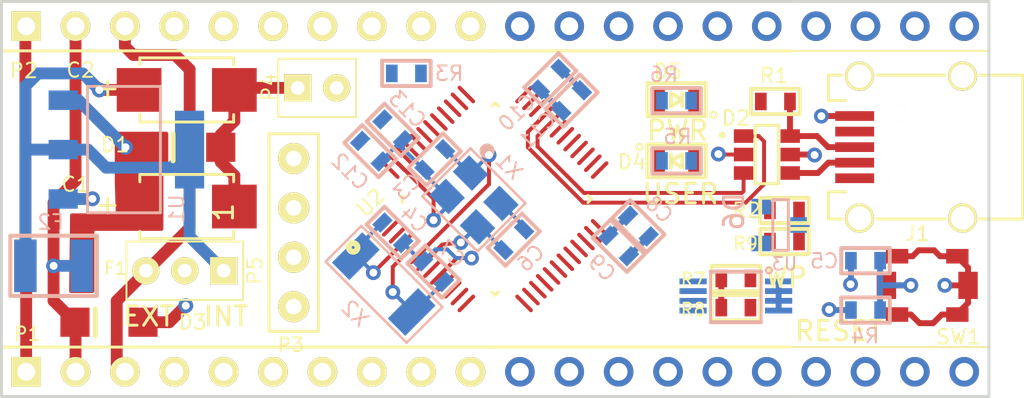
<source format=kicad_pcb>
(kicad_pcb (version 4) (host pcbnew 4.0.7)

  (general
    (links 138)
    (no_connects 70)
    (area 51.994999 114.224999 102.945001 134.695001)
    (thickness 1.6)
    (drawings 14)
    (tracks 192)
    (zones 0)
    (modules 42)
    (nets 58)
  )

  (page A4)
  (layers
    (0 F.Cu signal)
    (1 +3.3V power hide)
    (2 GND power hide)
    (31 B.Cu signal)
    (32 B.Adhes user)
    (34 B.Paste user)
    (35 F.Paste user)
    (36 B.SilkS user)
    (37 F.SilkS user)
    (38 B.Mask user)
    (39 F.Mask user)
    (44 Edge.Cuts user)
    (48 B.Fab user)
    (49 F.Fab user hide)
  )

  (setup
    (last_trace_width 0.6096)
    (user_trace_width 0.3048)
    (user_trace_width 0.6096)
    (user_trace_width 1.2192)
    (user_trace_width 2.4384)
    (trace_clearance 0.1778)
    (zone_clearance 0.25)
    (zone_45_only no)
    (trace_min 0.1778)
    (segment_width 0.2)
    (edge_width 0.15)
    (via_size 0.762)
    (via_drill 0.4064)
    (via_min_size 0.762)
    (via_min_drill 0.4064)
    (uvia_size 0.3)
    (uvia_drill 0.1)
    (uvias_allowed no)
    (uvia_min_size 0.2)
    (uvia_min_drill 0.1)
    (pcb_text_width 0.3)
    (pcb_text_size 1.5 1.5)
    (mod_edge_width 0.15)
    (mod_text_size 1 1)
    (mod_text_width 0.15)
    (pad_size 1.524 1.524)
    (pad_drill 0.762)
    (pad_to_mask_clearance 0.2)
    (aux_axis_origin 52.07 134.62)
    (visible_elements 7FFFFF7F)
    (pcbplotparams
      (layerselection 0x00030_80000001)
      (usegerberextensions false)
      (excludeedgelayer true)
      (linewidth 0.100000)
      (plotframeref false)
      (viasonmask false)
      (mode 1)
      (useauxorigin false)
      (hpglpennumber 1)
      (hpglpenspeed 20)
      (hpglpendiameter 15)
      (hpglpenoverlay 2)
      (psnegative false)
      (psa4output false)
      (plotreference true)
      (plotvalue true)
      (plotinvisibletext false)
      (padsonsilk false)
      (subtractmaskfromsilk false)
      (outputformat 1)
      (mirror false)
      (drillshape 1)
      (scaleselection 1)
      (outputdirectory ""))
  )

  (net 0 "")
  (net 1 "Net-(C1-Pad1)")
  (net 2 GND)
  (net 3 /X1)
  (net 4 /X3)
  (net 5 /~MRST)
  (net 6 /X2)
  (net 7 /X4)
  (net 8 /USB_DM)
  (net 9 /USB_DP)
  (net 10 "Net-(D2-Pad4)")
  (net 11 +3.3V)
  (net 12 "Net-(D2-Pad6)")
  (net 13 /+3.3V_OUT)
  (net 14 +5V)
  (net 15 "Net-(J1-Pad4)")
  (net 16 /VBAT)
  (net 17 /PC13)
  (net 18 /PA0)
  (net 19 /PA1)
  (net 20 /PA2)
  (net 21 /PA3)
  (net 22 /PA4)
  (net 23 /PA5)
  (net 24 /PA6)
  (net 25 /PA7)
  (net 26 /PB0)
  (net 27 /PB1)
  (net 28 /PB2)
  (net 29 /PB10)
  (net 30 /PB11)
  (net 31 /+3.3V_IN)
  (net 32 /PB9)
  (net 33 /PB8)
  (net 34 /PB7)
  (net 35 /PB6)
  (net 36 /PB5)
  (net 37 /PB4)
  (net 38 /PB3)
  (net 39 /PA15)
  (net 40 /PA10)
  (net 41 /PA9)
  (net 42 /PA8)
  (net 43 /PB15)
  (net 44 /PB14)
  (net 45 /PB13)
  (net 46 /PB12)
  (net 47 /SWDIO)
  (net 48 /SWCLK)
  (net 49 /BOOT)
  (net 50 "Net-(D4-PadA)")
  (net 51 "Net-(D5-PadA)")
  (net 52 /+3.3V_INT)
  (net 53 "Net-(P2-Pad4)")
  (net 54 /WP)
  (net 55 "Net-(D6-Pad2)")
  (net 56 "Net-(D6-Pad1)")
  (net 57 "Net-(D6-Pad3)")

  (net_class Default "This is the default net class."
    (clearance 0.1778)
    (trace_width 0.2032)
    (via_dia 0.762)
    (via_drill 0.4064)
    (uvia_dia 0.3)
    (uvia_drill 0.1)
    (add_net +3.3V)
    (add_net +5V)
    (add_net /+3.3V_IN)
    (add_net /+3.3V_INT)
    (add_net /+3.3V_OUT)
    (add_net /BOOT)
    (add_net /PA0)
    (add_net /PA1)
    (add_net /PA10)
    (add_net /PA15)
    (add_net /PA2)
    (add_net /PA3)
    (add_net /PA4)
    (add_net /PA5)
    (add_net /PA6)
    (add_net /PA7)
    (add_net /PA8)
    (add_net /PA9)
    (add_net /PB0)
    (add_net /PB1)
    (add_net /PB10)
    (add_net /PB11)
    (add_net /PB12)
    (add_net /PB13)
    (add_net /PB14)
    (add_net /PB15)
    (add_net /PB2)
    (add_net /PB3)
    (add_net /PB4)
    (add_net /PB5)
    (add_net /PB6)
    (add_net /PB7)
    (add_net /PB8)
    (add_net /PB9)
    (add_net /PC13)
    (add_net /SWCLK)
    (add_net /SWDIO)
    (add_net /USB_DM)
    (add_net /USB_DP)
    (add_net /VBAT)
    (add_net /WP)
    (add_net /X1)
    (add_net /X2)
    (add_net /X3)
    (add_net /X4)
    (add_net /~MRST)
    (add_net GND)
    (add_net "Net-(C1-Pad1)")
    (add_net "Net-(D2-Pad4)")
    (add_net "Net-(D2-Pad6)")
    (add_net "Net-(D4-PadA)")
    (add_net "Net-(D5-PadA)")
    (add_net "Net-(D6-Pad1)")
    (add_net "Net-(D6-Pad2)")
    (add_net "Net-(D6-Pad3)")
    (add_net "Net-(J1-Pad4)")
    (add_net "Net-(P2-Pad4)")
  )

  (module Kicad:CAPACITOR_TANTALUM_C (layer F.Cu) (tedit 5B06FC84) (tstamp 5ADF6CAB)
    (at 61.6 124.85)
    (path /5ADFCAB1)
    (fp_text reference C1 (at -5.715 -1.143) (layer F.SilkS)
      (effects (font (size 0.75 0.75) (thickness 0.1)))
    )
    (fp_text value 47uF (at 5.207 -4.191) (layer F.Fab) hide
      (effects (font (size 1 1) (thickness 0.15)))
    )
    (fp_line (start 2.413 1.27) (end 2.413 1.651) (layer F.SilkS) (width 0.15))
    (fp_line (start 2.413 1.651) (end -2.413 1.651) (layer F.SilkS) (width 0.15))
    (fp_line (start -2.413 1.651) (end -2.413 1.27) (layer F.SilkS) (width 0.15))
    (fp_line (start -2.413 -1.27) (end -2.413 -1.651) (layer F.SilkS) (width 0.15))
    (fp_line (start -2.413 -1.651) (end 2.413 -1.651) (layer F.SilkS) (width 0.15))
    (fp_line (start 2.413 -1.651) (end 2.413 -1.27) (layer F.SilkS) (width 0.15))
    (fp_text user + (at -4.064 -0.127) (layer F.SilkS)
      (effects (font (size 1 1) (thickness 0.15)))
    )
    (pad 1 smd rect (at -2.45 0) (size 2.3 2.25) (layers F.Cu F.Paste F.Mask)
      (net 1 "Net-(C1-Pad1)"))
    (pad 2 smd rect (at 2.45 0) (size 2.3 2.25) (layers F.Cu F.Paste F.Mask)
      (net 2 GND))
  )

  (module Kicad:CAPACITOR_TANTALUM_C (layer F.Cu) (tedit 5B06FC6D) (tstamp 5ADF6CB1)
    (at 61.6 118.85)
    (path /5ADFCCC3)
    (fp_text reference C2 (at -5.461 -1.016) (layer F.SilkS)
      (effects (font (size 0.75 0.75) (thickness 0.1)))
    )
    (fp_text value 47uF (at 5.207 -4.191) (layer F.Fab) hide
      (effects (font (size 1 1) (thickness 0.15)))
    )
    (fp_line (start 2.413 1.27) (end 2.413 1.651) (layer F.SilkS) (width 0.15))
    (fp_line (start 2.413 1.651) (end -2.413 1.651) (layer F.SilkS) (width 0.15))
    (fp_line (start -2.413 1.651) (end -2.413 1.27) (layer F.SilkS) (width 0.15))
    (fp_line (start -2.413 -1.27) (end -2.413 -1.651) (layer F.SilkS) (width 0.15))
    (fp_line (start -2.413 -1.651) (end 2.413 -1.651) (layer F.SilkS) (width 0.15))
    (fp_line (start 2.413 -1.651) (end 2.413 -1.27) (layer F.SilkS) (width 0.15))
    (fp_text user + (at -4.064 -0.127) (layer F.SilkS)
      (effects (font (size 1 1) (thickness 0.15)))
    )
    (pad 1 smd rect (at -2.45 0) (size 2.3 2.25) (layers F.Cu F.Paste F.Mask)
      (net 52 /+3.3V_INT))
    (pad 2 smd rect (at 2.45 0) (size 2.3 2.25) (layers F.Cu F.Paste F.Mask)
      (net 2 GND))
  )

  (module Kicad:P0603 (layer B.Cu) (tedit 5B06FBC0) (tstamp 5ADF6CB7)
    (at 74.3585 122.428 225)
    (descr "0603 PASSIVE")
    (tags CHIP)
    (path /5ADF5ED6)
    (attr smd)
    (fp_text reference C3 (at 2.000001 0 225) (layer B.SilkS)
      (effects (font (size 0.75 0.75) (thickness 0.1)) (justify mirror))
    )
    (fp_text value 12pF (at 0 -1.3 225) (layer B.SilkS) hide
      (effects (font (size 0.65 0.65) (thickness 0.0975)) (justify mirror))
    )
    (fp_line (start -1.25 0.65) (end 1.25 0.65) (layer B.SilkS) (width 0.2))
    (fp_line (start 1.25 0.65) (end 1.25 -0.65) (layer B.SilkS) (width 0.2))
    (fp_line (start 1.25 -0.65) (end -1.25 -0.65) (layer B.SilkS) (width 0.2))
    (fp_line (start -1.25 -0.65) (end -1.25 0.65) (layer B.SilkS) (width 0.2))
    (pad 1 smd rect (at -0.75 0 225) (size 0.6 0.9) (layers B.Cu B.Paste B.Mask)
      (net 3 /X1))
    (pad 2 smd rect (at 0.75 0 225) (size 0.6 0.9) (layers B.Cu B.Paste B.Mask)
      (net 2 GND))
    (model P0603.wrl
      (at (xyz 0 0 0))
      (scale (xyz 0.3937 0.3937 0.3937))
      (rotate (xyz 0 0 0))
    )
  )

  (module Kicad:P0603 (layer B.Cu) (tedit 5B06FBB2) (tstamp 5ADF6CBD)
    (at 72.2 126.2 315)
    (descr "0603 PASSIVE")
    (tags CHIP)
    (path /5ADF5FF4)
    (attr smd)
    (fp_text reference C4 (at 0.282843 -1.272792 315) (layer B.SilkS)
      (effects (font (size 0.75 0.75) (thickness 0.1)) (justify mirror))
    )
    (fp_text value 12pF (at 0 -1.3 315) (layer B.SilkS) hide
      (effects (font (size 0.65 0.65) (thickness 0.0975)) (justify mirror))
    )
    (fp_line (start -1.25 0.65) (end 1.25 0.65) (layer B.SilkS) (width 0.2))
    (fp_line (start 1.25 0.65) (end 1.25 -0.65) (layer B.SilkS) (width 0.2))
    (fp_line (start 1.25 -0.65) (end -1.25 -0.65) (layer B.SilkS) (width 0.2))
    (fp_line (start -1.25 -0.65) (end -1.25 0.65) (layer B.SilkS) (width 0.2))
    (pad 1 smd rect (at -0.75 0 315) (size 0.6 0.9) (layers B.Cu B.Paste B.Mask)
      (net 4 /X3))
    (pad 2 smd rect (at 0.75 0 315) (size 0.6 0.9) (layers B.Cu B.Paste B.Mask)
      (net 2 GND))
    (model P0603.wrl
      (at (xyz 0 0 0))
      (scale (xyz 0.3937 0.3937 0.3937))
      (rotate (xyz 0 0 0))
    )
  )

  (module Kicad:P0603 (layer B.Cu) (tedit 5B0710F0) (tstamp 5ADF6CC3)
    (at 96.52 127.635 180)
    (descr "0603 PASSIVE")
    (tags CHIP)
    (path /5ADF6E29)
    (attr smd)
    (fp_text reference C5 (at 2.12 -0.015 180) (layer B.SilkS)
      (effects (font (size 0.75 0.75) (thickness 0.1)) (justify mirror))
    )
    (fp_text value 0.010uF (at 0 -1.3 180) (layer B.SilkS) hide
      (effects (font (size 0.65 0.65) (thickness 0.0975)) (justify mirror))
    )
    (fp_line (start -1.25 0.65) (end 1.25 0.65) (layer B.SilkS) (width 0.2))
    (fp_line (start 1.25 0.65) (end 1.25 -0.65) (layer B.SilkS) (width 0.2))
    (fp_line (start 1.25 -0.65) (end -1.25 -0.65) (layer B.SilkS) (width 0.2))
    (fp_line (start -1.25 -0.65) (end -1.25 0.65) (layer B.SilkS) (width 0.2))
    (pad 1 smd rect (at -0.75 0 180) (size 0.6 0.9) (layers B.Cu B.Paste B.Mask)
      (net 5 /~MRST))
    (pad 2 smd rect (at 0.75 0 180) (size 0.6 0.9) (layers B.Cu B.Paste B.Mask)
      (net 2 GND))
    (model P0603.wrl
      (at (xyz 0 0 0))
      (scale (xyz 0.3937 0.3937 0.3937))
      (rotate (xyz 0 0 0))
    )
  )

  (module Kicad:P0603 (layer B.Cu) (tedit 5B06FB99) (tstamp 5ADF6CC9)
    (at 78.4225 126.556 45)
    (descr "0603 PASSIVE")
    (tags CHIP)
    (path /5ADF5FA3)
    (attr smd)
    (fp_text reference C6 (at -0.047023 1.287995 45) (layer B.SilkS)
      (effects (font (size 0.75 0.75) (thickness 0.1)) (justify mirror))
    )
    (fp_text value 12pF (at 0 -1.3 45) (layer B.SilkS) hide
      (effects (font (size 0.65 0.65) (thickness 0.0975)) (justify mirror))
    )
    (fp_line (start -1.25 0.65) (end 1.25 0.65) (layer B.SilkS) (width 0.2))
    (fp_line (start 1.25 0.65) (end 1.25 -0.65) (layer B.SilkS) (width 0.2))
    (fp_line (start 1.25 -0.65) (end -1.25 -0.65) (layer B.SilkS) (width 0.2))
    (fp_line (start -1.25 -0.65) (end -1.25 0.65) (layer B.SilkS) (width 0.2))
    (pad 1 smd rect (at -0.75 0 45) (size 0.6 0.9) (layers B.Cu B.Paste B.Mask)
      (net 6 /X2))
    (pad 2 smd rect (at 0.75 0 45) (size 0.6 0.9) (layers B.Cu B.Paste B.Mask)
      (net 2 GND))
    (model P0603.wrl
      (at (xyz 0 0 0))
      (scale (xyz 0.3937 0.3937 0.3937))
      (rotate (xyz 0 0 0))
    )
  )

  (module Kicad:P0603 (layer B.Cu) (tedit 5B06FBA5) (tstamp 5ADF6CCF)
    (at 74.3 128.2 135)
    (descr "0603 PASSIVE")
    (tags CHIP)
    (path /5ADF62E7)
    (attr smd)
    (fp_text reference C7 (at 0 1.3 135) (layer B.SilkS)
      (effects (font (size 0.75 0.75) (thickness 0.1)) (justify mirror))
    )
    (fp_text value 12pF (at 0 -1.3 135) (layer B.SilkS) hide
      (effects (font (size 0.65 0.65) (thickness 0.0975)) (justify mirror))
    )
    (fp_line (start -1.25 0.65) (end 1.25 0.65) (layer B.SilkS) (width 0.2))
    (fp_line (start 1.25 0.65) (end 1.25 -0.65) (layer B.SilkS) (width 0.2))
    (fp_line (start 1.25 -0.65) (end -1.25 -0.65) (layer B.SilkS) (width 0.2))
    (fp_line (start -1.25 -0.65) (end -1.25 0.65) (layer B.SilkS) (width 0.2))
    (pad 1 smd rect (at -0.75 0 135) (size 0.6 0.9) (layers B.Cu B.Paste B.Mask)
      (net 7 /X4))
    (pad 2 smd rect (at 0.75 0 135) (size 0.6 0.9) (layers B.Cu B.Paste B.Mask)
      (net 2 GND))
    (model P0603.wrl
      (at (xyz 0 0 0))
      (scale (xyz 0.3937 0.3937 0.3937))
      (rotate (xyz 0 0 0))
    )
  )

  (module Kicad:MINI_SMA (layer F.Cu) (tedit 5B06FC74) (tstamp 5ADF6CD5)
    (at 61.6 121.8 180)
    (path /5ADFC684)
    (fp_text reference D1 (at 3.683 0.127 180) (layer F.SilkS)
      (effects (font (size 0.75 0.75) (thickness 0.1)))
    )
    (fp_text value SMLJ33ABCT (at 0.1 -1.8 180) (layer F.Fab) hide
      (effects (font (size 0.75 0.75) (thickness 0.1)))
    )
    (fp_line (start 0.7 -0.7) (end 0.7 0.7) (layer F.SilkS) (width 0.25))
    (pad A smd rect (at -1.75 0 180) (size 1.5 1.5) (layers F.Cu F.Paste F.Mask)
      (net 2 GND))
    (pad K smd rect (at 1.75 0 180) (size 1.5 1.5) (layers F.Cu F.Paste F.Mask)
      (net 1 "Net-(C1-Pad1)"))
  )

  (module Kicad:SOT23-6 (layer F.Cu) (tedit 5B071146) (tstamp 5ADF6CDF)
    (at 92.6465 122.174 270)
    (path /5ADF7438)
    (fp_text reference D2 (at -1.874 2.7965 360) (layer F.SilkS)
      (effects (font (size 0.75 0.75) (thickness 0.1)))
    )
    (fp_text value USBLC6-2 (at 1 -3.3 270) (layer F.Fab) hide
      (effects (font (size 1 1) (thickness 0.15)))
    )
    (fp_line (start -1.5 0.6) (end 1.5 0.6) (layer F.SilkS) (width 0.15))
    (fp_line (start 1.5 0.6) (end 1.5 1.8) (layer F.SilkS) (width 0.15))
    (fp_line (start 1.5 1.8) (end -1.5 1.8) (layer F.SilkS) (width 0.15))
    (fp_line (start -1.5 1.8) (end -1.5 0.6) (layer F.SilkS) (width 0.15))
    (fp_circle (center -1 3.5) (end -0.9 3.5) (layer F.SilkS) (width 0.15))
    (pad 1 smd rect (at -0.95 2.4 270) (size 0.7 1) (layers F.Cu F.Paste F.Mask)
      (net 9 /USB_DP))
    (pad 2 smd rect (at 0 2.4 270) (size 0.7 1) (layers F.Cu F.Paste F.Mask)
      (net 2 GND))
    (pad 3 smd rect (at 0.95 2.4 270) (size 0.7 1) (layers F.Cu F.Paste F.Mask)
      (net 8 /USB_DM))
    (pad 4 smd rect (at 0.95 0 270) (size 0.7 1) (layers F.Cu F.Paste F.Mask)
      (net 10 "Net-(D2-Pad4)"))
    (pad 5 smd rect (at 0 0 270) (size 0.7 1) (layers F.Cu F.Paste F.Mask)
      (net 11 +3.3V))
    (pad 6 smd rect (at -0.95 0 270) (size 0.7 1) (layers F.Cu F.Paste F.Mask)
      (net 12 "Net-(D2-Pad6)"))
  )

  (module Kicad:MINI_SMA (layer F.Cu) (tedit 5B070041) (tstamp 5ADF6CE5)
    (at 57.6 130.8 180)
    (path /5ADFC4A4)
    (fp_text reference D3 (at -4.3 0 180) (layer F.SilkS)
      (effects (font (size 0.75 0.75) (thickness 0.1)))
    )
    (fp_text value SMLJ33ABCT (at 0.1 -1.8 180) (layer F.Fab) hide
      (effects (font (size 0.75 0.75) (thickness 0.1)))
    )
    (fp_line (start 0.7 -0.7) (end 0.7 0.7) (layer F.SilkS) (width 0.25))
    (pad A smd rect (at -1.75 0 180) (size 1.5 1.5) (layers F.Cu F.Paste F.Mask)
      (net 2 GND))
    (pad K smd rect (at 1.75 0 180) (size 1.5 1.5) (layers F.Cu F.Paste F.Mask)
      (net 13 /+3.3V_OUT))
  )

  (module Kicad:CONN_USB_UX60-MB (layer F.Cu) (tedit 5B06FAD0) (tstamp 5ADF6D00)
    (at 96.012 121.793 90)
    (path /5ADF733C)
    (fp_text reference J1 (at -4.445 3.175 180) (layer F.SilkS)
      (effects (font (size 0.75 0.75) (thickness 0.1)))
    )
    (fp_text value USB_MINI_B_SMD (at 4 -4 90) (layer F.Fab) hide
      (effects (font (size 1 1) (thickness 0.15)))
    )
    (fp_line (start 1.8 1.1) (end 1.9 1.1) (layer F.Fab) (width 0.15))
    (fp_line (start 1.9 1.1) (end 1.9 1.6) (layer F.Fab) (width 0.15))
    (fp_line (start 1.9 1.6) (end 1.2 1.6) (layer F.Fab) (width 0.15))
    (fp_line (start 1.2 1.6) (end 1.2 2.8) (layer F.Fab) (width 0.15))
    (fp_line (start 1.2 2.8) (end 3.7 2.8) (layer F.Fab) (width 0.15))
    (fp_line (start 3.7 2.8) (end 3.7 4.6) (layer F.Fab) (width 0.15))
    (fp_line (start 3.7 4.6) (end 2.8 4.6) (layer F.Fab) (width 0.15))
    (fp_line (start 2.8 4.6) (end 2.8 6.4) (layer F.Fab) (width 0.15))
    (fp_line (start 2.8 6.4) (end 3.7 6.4) (layer F.Fab) (width 0.15))
    (fp_line (start 3.7 6.4) (end 3.7 8.6) (layer F.Fab) (width 0.15))
    (fp_line (start 3.7 8.6) (end -3.7 8.6) (layer F.Fab) (width 0.15))
    (fp_line (start -3.7 8.6) (end -3.7 6.4) (layer F.Fab) (width 0.15))
    (fp_line (start -3.7 6.4) (end -2.8 6.4) (layer F.Fab) (width 0.15))
    (fp_line (start -2.8 6.4) (end -2.8 4.6) (layer F.Fab) (width 0.15))
    (fp_line (start -2.8 4.6) (end -3.7 4.6) (layer F.Fab) (width 0.15))
    (fp_line (start -3.7 4.6) (end -3.7 2.8) (layer F.Fab) (width 0.15))
    (fp_line (start -3.7 2.8) (end -1.2 2.8) (layer F.Fab) (width 0.15))
    (fp_line (start -1.2 2.8) (end -1.2 1.6) (layer F.Fab) (width 0.15))
    (fp_line (start -1.2 1.6) (end -1.9 1.6) (layer F.Fab) (width 0.15))
    (fp_line (start -1.9 1.6) (end -1.9 1.1) (layer F.Fab) (width 0.15))
    (fp_line (start -1.9 1.1) (end 1.8 1.1) (layer F.Fab) (width 0.15))
    (fp_line (start -3.7 -0.7) (end -3.7 -1.4) (layer F.SilkS) (width 0.15))
    (fp_line (start -3.7 -1.4) (end -2.3 -1.4) (layer F.SilkS) (width 0.15))
    (fp_line (start -2.3 -1.4) (end -2.3 -0.5) (layer F.SilkS) (width 0.15))
    (fp_line (start -3.7 4.6) (end -3.7 1.1) (layer F.SilkS) (width 0.15))
    (fp_line (start 3.7 6.4) (end 3.7 8.6) (layer F.SilkS) (width 0.15))
    (fp_line (start 3.7 8.6) (end -3.7 8.6) (layer F.SilkS) (width 0.15))
    (fp_line (start -3.7 8.6) (end -3.7 6.4) (layer F.SilkS) (width 0.15))
    (fp_line (start 3.7 1.1) (end 3.7 4.6) (layer F.SilkS) (width 0.15))
    (fp_line (start 2.4 -0.5) (end 2.4 -1.4) (layer F.SilkS) (width 0.15))
    (fp_line (start 2.4 -1.4) (end 3.7 -1.4) (layer F.SilkS) (width 0.15))
    (fp_line (start 3.7 -1.4) (end 3.7 -0.7) (layer F.SilkS) (width 0.15))
    (pad 3 smd rect (at 0 -0.05 90) (size 0.5 2) (layers F.Cu F.Paste F.Mask)
      (net 12 "Net-(D2-Pad6)"))
    (pad 4 smd rect (at 0.8 -0.05 90) (size 0.5 2) (layers F.Cu F.Paste F.Mask)
      (net 15 "Net-(J1-Pad4)"))
    (pad 5 smd rect (at 1.6 -0.05 90) (size 0.5 2) (layers F.Cu F.Paste F.Mask)
      (net 2 GND))
    (pad 1 smd rect (at -1.6 -0.05 90) (size 0.5 2) (layers F.Cu F.Paste F.Mask)
      (net 55 "Net-(D6-Pad2)"))
    (pad 2 smd rect (at -0.8 -0.05 90) (size 0.5 2) (layers F.Cu F.Paste F.Mask)
      (net 10 "Net-(D2-Pad4)"))
    (pad "" np_thru_hole circle (at -1.75 2.2 90) (size 0.9 0.9) (drill 0.9) (layers *.Cu *.Mask F.SilkS))
    (pad "" np_thru_hole circle (at 1.75 2.2 90) (size 0.9 0.9) (drill 0.9) (layers *.Cu *.Mask F.SilkS))
    (pad 6 thru_hole circle (at -3.65 0.2 90) (size 1.5 1.5) (drill 1.2) (layers *.Cu *.Mask F.SilkS)
      (net 2 GND))
    (pad 7 thru_hole circle (at 3.65 0.2 90) (size 1.5 1.5) (drill 1.2) (layers *.Cu *.Mask F.SilkS)
      (net 2 GND))
    (pad 8 thru_hole circle (at -3.65 5.5 90) (size 1.5 1.5) (drill 1.2) (layers *.Cu *.Mask F.SilkS)
      (net 2 GND))
    (pad 9 thru_hole circle (at 3.65 5.5 90) (size 1.5 1.5) (drill 1.2) (layers *.Cu *.Mask F.SilkS)
      (net 2 GND))
  )

  (module Kicad:HEADER_1X20_100MIL (layer F.Cu) (tedit 5B06FCA7) (tstamp 5ADF6D18)
    (at 53.34 133.35)
    (path /5ADFB6F4)
    (fp_text reference P1 (at 0.06 -1.95) (layer F.SilkS)
      (effects (font (size 0.7 0.7) (thickness 0.1)))
    )
    (fp_text value CONN_1x20 (at 6.35 3.175) (layer F.Fab) hide
      (effects (font (size 1 1) (thickness 0.15)))
    )
    (fp_line (start 39.37 -1.27) (end 49.53 -1.27) (layer F.SilkS) (width 0.1))
    (fp_line (start 49.53 -1.27) (end 49.53 1.27) (layer F.SilkS) (width 0.1))
    (fp_line (start 49.53 1.27) (end 39.37 1.27) (layer F.SilkS) (width 0.1))
    (fp_line (start 24.13 1.27) (end 39.37 1.27) (layer F.SilkS) (width 0.1524))
    (fp_line (start 39.37 -1.27) (end 24.13 -1.27) (layer F.SilkS) (width 0.1524))
    (fp_line (start 24.13 1.27) (end -1.27 1.27) (layer F.SilkS) (width 0.1524))
    (fp_line (start -1.27 1.27) (end -1.27 -1.27) (layer F.SilkS) (width 0.15))
    (fp_line (start -1.27 -1.27) (end 24.13 -1.27) (layer F.SilkS) (width 0.15))
    (pad 1 thru_hole rect (at 0 0) (size 1.524 1.524) (drill 0.9144) (layers *.Cu *.Mask F.SilkS)
      (net 14 +5V))
    (pad 2 thru_hole circle (at 2.54 0) (size 1.524 1.524) (drill 0.9144) (layers *.Cu *.Mask F.SilkS)
      (net 13 /+3.3V_OUT))
    (pad 3 thru_hole circle (at 5.08 0) (size 1.524 1.524) (drill 0.9144) (layers *.Cu *.Mask F.SilkS)
      (net 31 /+3.3V_IN))
    (pad 4 thru_hole circle (at 7.62 0) (size 1.524 1.524) (drill 0.9144) (layers *.Cu *.Mask F.SilkS)
      (net 16 /VBAT))
    (pad 5 thru_hole circle (at 10.16 0) (size 1.524 1.524) (drill 0.9144) (layers *.Cu *.Mask F.SilkS)
      (net 17 /PC13))
    (pad 6 thru_hole circle (at 12.7 0) (size 1.524 1.524) (drill 0.9144) (layers *.Cu *.Mask F.SilkS)
      (net 5 /~MRST))
    (pad 7 thru_hole circle (at 15.24 0) (size 1.524 1.524) (drill 0.9144) (layers *.Cu *.Mask F.SilkS)
      (net 18 /PA0))
    (pad 8 thru_hole circle (at 17.78 0) (size 1.524 1.524) (drill 0.9144) (layers *.Cu *.Mask F.SilkS)
      (net 19 /PA1))
    (pad 9 thru_hole circle (at 20.32 0) (size 1.524 1.524) (drill 0.9144) (layers *.Cu *.Mask F.SilkS)
      (net 20 /PA2))
    (pad 10 thru_hole circle (at 22.86 0) (size 1.524 1.524) (drill 0.9144) (layers *.Cu *.Mask F.SilkS)
      (net 21 /PA3))
    (pad 11 thru_hole circle (at 25.4 0) (size 1.524 1.524) (drill 0.9144) (layers *.Cu *.Mask)
      (net 22 /PA4))
    (pad 12 thru_hole circle (at 27.94 0) (size 1.524 1.524) (drill 0.9144) (layers *.Cu *.Mask)
      (net 23 /PA5))
    (pad 13 thru_hole circle (at 30.48 0) (size 1.524 1.524) (drill 0.9144) (layers *.Cu *.Mask)
      (net 24 /PA6))
    (pad 14 thru_hole circle (at 33.02 0) (size 1.524 1.524) (drill 0.9144) (layers *.Cu *.Mask)
      (net 25 /PA7))
    (pad 15 thru_hole circle (at 35.56 0) (size 1.524 1.524) (drill 0.9144) (layers *.Cu *.Mask)
      (net 26 /PB0))
    (pad 16 thru_hole circle (at 38.1 0) (size 1.524 1.524) (drill 0.9144) (layers *.Cu *.Mask)
      (net 27 /PB1))
    (pad 17 thru_hole circle (at 40.64 0) (size 1.524 1.524) (drill 0.9144) (layers *.Cu *.Mask)
      (net 28 /PB2))
    (pad 18 thru_hole circle (at 43.18 0) (size 1.524 1.524) (drill 0.9144) (layers *.Cu *.Mask)
      (net 29 /PB10))
    (pad 19 thru_hole circle (at 45.72 0) (size 1.524 1.524) (drill 0.9144) (layers *.Cu *.Mask)
      (net 30 /PB11))
    (pad 20 thru_hole circle (at 48.26 0) (size 1.524 1.524) (drill 0.9144) (layers *.Cu *.Mask)
      (net 2 GND))
  )

  (module Kicad:HEADER_1X20_100MIL (layer F.Cu) (tedit 5B06FC66) (tstamp 5ADF6D30)
    (at 53.34 115.57)
    (path /5ADFB762)
    (fp_text reference P2 (at -0.127 2.286) (layer F.SilkS)
      (effects (font (size 0.75 0.75) (thickness 0.1)))
    )
    (fp_text value CONN_1x20 (at 6.35 3.175) (layer F.Fab) hide
      (effects (font (size 1 1) (thickness 0.15)))
    )
    (fp_line (start 39.37 -1.27) (end 49.53 -1.27) (layer F.SilkS) (width 0.1))
    (fp_line (start 49.53 -1.27) (end 49.53 1.27) (layer F.SilkS) (width 0.1))
    (fp_line (start 49.53 1.27) (end 39.37 1.27) (layer F.SilkS) (width 0.1))
    (fp_line (start 24.13 1.27) (end 39.37 1.27) (layer F.SilkS) (width 0.1524))
    (fp_line (start 39.37 -1.27) (end 24.13 -1.27) (layer F.SilkS) (width 0.1524))
    (fp_line (start 24.13 1.27) (end -1.27 1.27) (layer F.SilkS) (width 0.1524))
    (fp_line (start -1.27 1.27) (end -1.27 -1.27) (layer F.SilkS) (width 0.15))
    (fp_line (start -1.27 -1.27) (end 24.13 -1.27) (layer F.SilkS) (width 0.15))
    (pad 1 thru_hole rect (at 0 0) (size 1.524 1.524) (drill 0.9144) (layers *.Cu *.Mask F.SilkS)
      (net 14 +5V))
    (pad 2 thru_hole circle (at 2.54 0) (size 1.524 1.524) (drill 0.9144) (layers *.Cu *.Mask F.SilkS)
      (net 13 /+3.3V_OUT))
    (pad 3 thru_hole circle (at 5.08 0) (size 1.524 1.524) (drill 0.9144) (layers *.Cu *.Mask F.SilkS)
      (net 31 /+3.3V_IN))
    (pad 4 thru_hole circle (at 7.62 0) (size 1.524 1.524) (drill 0.9144) (layers *.Cu *.Mask F.SilkS)
      (net 53 "Net-(P2-Pad4)"))
    (pad 5 thru_hole circle (at 10.16 0) (size 1.524 1.524) (drill 0.9144) (layers *.Cu *.Mask F.SilkS)
      (net 32 /PB9))
    (pad 6 thru_hole circle (at 12.7 0) (size 1.524 1.524) (drill 0.9144) (layers *.Cu *.Mask F.SilkS)
      (net 33 /PB8))
    (pad 7 thru_hole circle (at 15.24 0) (size 1.524 1.524) (drill 0.9144) (layers *.Cu *.Mask F.SilkS)
      (net 34 /PB7))
    (pad 8 thru_hole circle (at 17.78 0) (size 1.524 1.524) (drill 0.9144) (layers *.Cu *.Mask F.SilkS)
      (net 35 /PB6))
    (pad 9 thru_hole circle (at 20.32 0) (size 1.524 1.524) (drill 0.9144) (layers *.Cu *.Mask F.SilkS)
      (net 36 /PB5))
    (pad 10 thru_hole circle (at 22.86 0) (size 1.524 1.524) (drill 0.9144) (layers *.Cu *.Mask F.SilkS)
      (net 37 /PB4))
    (pad 11 thru_hole circle (at 25.4 0) (size 1.524 1.524) (drill 0.9144) (layers *.Cu *.Mask)
      (net 38 /PB3))
    (pad 12 thru_hole circle (at 27.94 0) (size 1.524 1.524) (drill 0.9144) (layers *.Cu *.Mask)
      (net 39 /PA15))
    (pad 13 thru_hole circle (at 30.48 0) (size 1.524 1.524) (drill 0.9144) (layers *.Cu *.Mask)
      (net 40 /PA10))
    (pad 14 thru_hole circle (at 33.02 0) (size 1.524 1.524) (drill 0.9144) (layers *.Cu *.Mask)
      (net 41 /PA9))
    (pad 15 thru_hole circle (at 35.56 0) (size 1.524 1.524) (drill 0.9144) (layers *.Cu *.Mask)
      (net 42 /PA8))
    (pad 16 thru_hole circle (at 38.1 0) (size 1.524 1.524) (drill 0.9144) (layers *.Cu *.Mask)
      (net 43 /PB15))
    (pad 17 thru_hole circle (at 40.64 0) (size 1.524 1.524) (drill 0.9144) (layers *.Cu *.Mask)
      (net 44 /PB14))
    (pad 18 thru_hole circle (at 43.18 0) (size 1.524 1.524) (drill 0.9144) (layers *.Cu *.Mask)
      (net 45 /PB13))
    (pad 19 thru_hole circle (at 45.72 0) (size 1.524 1.524) (drill 0.9144) (layers *.Cu *.Mask)
      (net 46 /PB12))
    (pad 20 thru_hole circle (at 48.26 0) (size 1.524 1.524) (drill 0.9144) (layers *.Cu *.Mask)
      (net 2 GND))
  )

  (module Kicad:Connector_1x4_100mil_TH (layer F.Cu) (tedit 5ADF8A99) (tstamp 5ADF6D38)
    (at 67.1 130 180)
    (path /5ADF7E72)
    (fp_text reference P3 (at 0.145 -1.965 180) (layer F.SilkS)
      (effects (font (size 0.7 0.7) (thickness 0.1)))
    )
    (fp_text value CONN_1x4 (at 2.54 -5.08 180) (layer F.Fab) hide
      (effects (font (size 1 1) (thickness 0.15)))
    )
    (fp_line (start -1.27 -1.27) (end 1.27 -1.27) (layer F.SilkS) (width 0.15))
    (fp_line (start 1.27 -1.27) (end 1.27 8.89) (layer F.SilkS) (width 0.15))
    (fp_line (start 1.27 8.89) (end -1.27 8.89) (layer F.SilkS) (width 0.15))
    (fp_line (start -1.27 8.89) (end -1.27 -1.27) (layer F.SilkS) (width 0.15))
    (pad 1 thru_hole circle (at 0 0 180) (size 1.6 1.6) (drill 0.8) (layers *.Cu *.Mask F.SilkS)
      (net 47 /SWDIO))
    (pad 2 thru_hole circle (at 0 2.54 180) (size 1.6 1.6) (drill 0.8) (layers *.Cu *.Mask F.SilkS)
      (net 2 GND))
    (pad 3 thru_hole circle (at 0 5.08 180) (size 1.6 1.6) (drill 0.8) (layers *.Cu *.Mask F.SilkS)
      (net 48 /SWCLK))
    (pad 4 thru_hole circle (at 0 7.62 180) (size 1.6 1.6) (drill 0.8) (layers *.Cu *.Mask F.SilkS)
      (net 11 +3.3V))
  )

  (module Kicad:P0603 (layer F.Cu) (tedit 5B06FC1A) (tstamp 5ADF6D44)
    (at 91.8845 119.444)
    (descr "0603 PASSIVE")
    (tags CHIP)
    (path /5ADF7549)
    (attr smd)
    (fp_text reference R1 (at -0.0635 -1.3335) (layer F.SilkS)
      (effects (font (size 0.75 0.75) (thickness 0.1)))
    )
    (fp_text value 1.50kΩ (at 0 1.3) (layer F.SilkS) hide
      (effects (font (size 0.65 0.65) (thickness 0.0975)))
    )
    (fp_line (start -1.25 -0.65) (end 1.25 -0.65) (layer F.SilkS) (width 0.2))
    (fp_line (start 1.25 -0.65) (end 1.25 0.65) (layer F.SilkS) (width 0.2))
    (fp_line (start 1.25 0.65) (end -1.25 0.65) (layer F.SilkS) (width 0.2))
    (fp_line (start -1.25 0.65) (end -1.25 -0.65) (layer F.SilkS) (width 0.2))
    (pad 1 smd rect (at -0.75 0) (size 0.6 0.9) (layers F.Cu F.Paste F.Mask)
      (net 11 +3.3V))
    (pad 2 smd rect (at 0.75 0) (size 0.6 0.9) (layers F.Cu F.Paste F.Mask)
      (net 12 "Net-(D2-Pad6)"))
    (model P0603.wrl
      (at (xyz 0 0 0))
      (scale (xyz 0.3937 0.3937 0.3937))
      (rotate (xyz 0 0 0))
    )
  )

  (module Kicad:P0603 (layer F.Cu) (tedit 5B0716CF) (tstamp 5ADF6D4A)
    (at 92.35 125.05 180)
    (descr "0603 PASSIVE")
    (tags CHIP)
    (path /5B073597)
    (attr smd)
    (fp_text reference R2 (at 1.95 0 360) (layer F.SilkS)
      (effects (font (size 0.75 0.75) (thickness 0.1)))
    )
    (fp_text value ZERO_Ω (at 0 1.3 180) (layer F.SilkS) hide
      (effects (font (size 0.65 0.65) (thickness 0.0975)))
    )
    (fp_line (start -1.25 -0.65) (end 1.25 -0.65) (layer F.SilkS) (width 0.2))
    (fp_line (start 1.25 -0.65) (end 1.25 0.65) (layer F.SilkS) (width 0.2))
    (fp_line (start 1.25 0.65) (end -1.25 0.65) (layer F.SilkS) (width 0.2))
    (fp_line (start -1.25 0.65) (end -1.25 -0.65) (layer F.SilkS) (width 0.2))
    (pad 1 smd rect (at -0.75 0 180) (size 0.6 0.9) (layers F.Cu F.Paste F.Mask)
      (net 14 +5V))
    (pad 2 smd rect (at 0.75 0 180) (size 0.6 0.9) (layers F.Cu F.Paste F.Mask)
      (net 57 "Net-(D6-Pad3)"))
    (model P0603.wrl
      (at (xyz 0 0 0))
      (scale (xyz 0.3937 0.3937 0.3937))
      (rotate (xyz 0 0 0))
    )
  )

  (module Kicad:P0603 (layer B.Cu) (tedit 5B06FBE8) (tstamp 5ADF6D50)
    (at 72.9 118)
    (descr "0603 PASSIVE")
    (tags CHIP)
    (path /5ADF6AE3)
    (attr smd)
    (fp_text reference R3 (at 2.2 0) (layer B.SilkS)
      (effects (font (size 0.75 0.75) (thickness 0.1)) (justify mirror))
    )
    (fp_text value 10.0kΩ (at 0 -1.3) (layer B.SilkS) hide
      (effects (font (size 0.65 0.65) (thickness 0.0975)) (justify mirror))
    )
    (fp_line (start -1.25 0.65) (end 1.25 0.65) (layer B.SilkS) (width 0.2))
    (fp_line (start 1.25 0.65) (end 1.25 -0.65) (layer B.SilkS) (width 0.2))
    (fp_line (start 1.25 -0.65) (end -1.25 -0.65) (layer B.SilkS) (width 0.2))
    (fp_line (start -1.25 -0.65) (end -1.25 0.65) (layer B.SilkS) (width 0.2))
    (pad 1 smd rect (at -0.75 0) (size 0.6 0.9) (layers B.Cu B.Paste B.Mask)
      (net 49 /BOOT))
    (pad 2 smd rect (at 0.75 0) (size 0.6 0.9) (layers B.Cu B.Paste B.Mask)
      (net 11 +3.3V))
    (model P0603.wrl
      (at (xyz 0 0 0))
      (scale (xyz 0.3937 0.3937 0.3937))
      (rotate (xyz 0 0 0))
    )
  )

  (module Kicad:P0603 (layer B.Cu) (tedit 5B07022D) (tstamp 5ADF6D56)
    (at 96.52 130.175 180)
    (descr "0603 PASSIVE")
    (tags CHIP)
    (path /5ADF6DC0)
    (attr smd)
    (fp_text reference R4 (at 0.02 -1.325 180) (layer B.SilkS)
      (effects (font (size 0.75 0.75) (thickness 0.1)) (justify mirror))
    )
    (fp_text value 10.0kΩ (at 0 -1.3 180) (layer B.SilkS) hide
      (effects (font (size 0.65 0.65) (thickness 0.0975)) (justify mirror))
    )
    (fp_line (start -1.25 0.65) (end 1.25 0.65) (layer B.SilkS) (width 0.2))
    (fp_line (start 1.25 0.65) (end 1.25 -0.65) (layer B.SilkS) (width 0.2))
    (fp_line (start 1.25 -0.65) (end -1.25 -0.65) (layer B.SilkS) (width 0.2))
    (fp_line (start -1.25 -0.65) (end -1.25 0.65) (layer B.SilkS) (width 0.2))
    (pad 1 smd rect (at -0.75 0 180) (size 0.6 0.9) (layers B.Cu B.Paste B.Mask)
      (net 5 /~MRST))
    (pad 2 smd rect (at 0.75 0 180) (size 0.6 0.9) (layers B.Cu B.Paste B.Mask)
      (net 11 +3.3V))
    (model P0603.wrl
      (at (xyz 0 0 0))
      (scale (xyz 0.3937 0.3937 0.3937))
      (rotate (xyz 0 0 0))
    )
  )

  (module Kicad:SOT223_4 (layer B.Cu) (tedit 5B06FC8A) (tstamp 5ADF6D6D)
    (at 55.245 121.92 90)
    (path /5AF32282)
    (fp_text reference U1 (at -3.048 5.842 90) (layer B.SilkS)
      (effects (font (size 0.75 0.75) (thickness 0.1)) (justify mirror))
    )
    (fp_text value LM1117_SOT223 (at 0 3.5 90) (layer B.Fab) hide
      (effects (font (size 1 1) (thickness 0.15)) (justify mirror))
    )
    (fp_line (start -3.25 5) (end 3.25 5) (layer B.SilkS) (width 0.15))
    (fp_line (start 3.25 5) (end 3.25 1.25) (layer B.SilkS) (width 0.15))
    (fp_line (start 3.25 1.25) (end -3.25 1.25) (layer B.SilkS) (width 0.15))
    (fp_line (start -3.25 1.25) (end -3.25 5) (layer B.SilkS) (width 0.15))
    (pad 1 smd rect (at -2.54 0 90) (size 1 1.5) (layers B.Cu B.Paste B.Mask)
      (net 2 GND))
    (pad 2 smd rect (at 0 0 90) (size 1 1.5) (layers B.Cu B.Paste B.Mask)
      (net 52 /+3.3V_INT))
    (pad 3 smd rect (at 2.54 0 90) (size 1 1.5) (layers B.Cu B.Paste B.Mask)
      (net 1 "Net-(C1-Pad1)"))
    (pad 4 smd rect (at 0 6.5 90) (size 4 1.5) (layers B.Cu B.Paste B.Mask)
      (net 52 /+3.3V_INT))
  )

  (module Kicad:XTAL_3.2X2.5 (layer B.Cu) (tedit 5ADF8856) (tstamp 5ADF6DAA)
    (at 76.2 123.126 315)
    (path /5ADF5DFB)
    (fp_text reference X1 (at 1.145 -1.64 315) (layer B.SilkS)
      (effects (font (size 0.75 0.75) (thickness 0.1)) (justify mirror))
    )
    (fp_text value ABM8G-12.00MHz (at 3.9 3.400001 315) (layer B.Fab) hide
      (effects (font (size 1 1) (thickness 0.15)) (justify mirror))
    )
    (fp_circle (center -0.2 -1.4) (end 0 -1.4) (layer B.SilkS) (width 0.381))
    (fp_line (start 3.1 2.5) (end 3.1 -0.9) (layer B.SilkS) (width 0.127))
    (fp_line (start 3.1 -0.9) (end -0.9 -0.9) (layer B.SilkS) (width 0.127))
    (fp_line (start -0.9 -0.9) (end -0.9 2.6) (layer B.SilkS) (width 0.127))
    (fp_line (start -0.9 2.6) (end 3.1 2.6) (layer B.SilkS) (width 0.127))
    (fp_line (start 3.1 2.6) (end 3.1 2.4) (layer B.SilkS) (width 0.127))
    (pad 1 smd rect (at 0 0 315) (size 1.397 1.1938) (layers B.Cu B.Paste B.Mask)
      (net 3 /X1))
    (pad 2 smd rect (at 2.2098 0 315) (size 1.397 1.1938) (layers B.Cu B.Paste B.Mask)
      (net 2 GND))
    (pad 3 smd rect (at 2.2098 1.7018 315) (size 1.397 1.1938) (layers B.Cu B.Paste B.Mask)
      (net 6 /X2))
    (pad 4 smd rect (at 0 1.7018 315) (size 1.397 1.1938) (layers B.Cu B.Paste B.Mask)
      (net 2 GND))
  )

  (module Kicad:XTAL_1.8X4.9mm (layer B.Cu) (tedit 5B06FB83) (tstamp 5ADF6DB0)
    (at 70.3 127.4 315)
    (path /5ADF5E28)
    (fp_text reference X2 (at 2.05061 2.12132 315) (layer B.SilkS)
      (effects (font (size 0.75 0.75) (thickness 0.1)) (justify mirror))
    )
    (fp_text value ABS10-32.768kHz (at 5.2 2.4 315) (layer B.Fab) hide
      (effects (font (size 1 1) (thickness 0.15)) (justify mirror))
    )
    (fp_line (start -0.8 1.3) (end 5 1.3) (layer B.SilkS) (width 0.127))
    (fp_line (start 5 1.3) (end 5 -1.3) (layer B.SilkS) (width 0.127))
    (fp_line (start 5 -1.3) (end -0.9 -1.3) (layer B.SilkS) (width 0.127))
    (fp_line (start -0.9 -1.3) (end -0.9 1.3) (layer B.SilkS) (width 0.127))
    (pad 1 smd rect (at 0 0 315) (size 1.27 2.2098) (layers B.Cu B.Paste B.Mask)
      (net 4 /X3))
    (pad 2 smd rect (at 4.064 0 315) (size 1.27 2.2098) (layers B.Cu B.Paste B.Mask)
      (net 7 /X4))
  )

  (module Kicad:P0603 (layer B.Cu) (tedit 5B06FB20) (tstamp 5ADF7685)
    (at 84.836 125.857 315)
    (descr "0603 PASSIVE")
    (tags CHIP)
    (path /5ADFEE6E)
    (attr smd)
    (fp_text reference C8 (at 0.146371 -1.358352 315) (layer B.SilkS)
      (effects (font (size 0.75 0.75) (thickness 0.1)) (justify mirror))
    )
    (fp_text value 0.10uF (at 0 -1.3 315) (layer B.SilkS) hide
      (effects (font (size 0.65 0.65) (thickness 0.0975)) (justify mirror))
    )
    (fp_line (start -1.25 0.65) (end 1.25 0.65) (layer B.SilkS) (width 0.2))
    (fp_line (start 1.25 0.65) (end 1.25 -0.65) (layer B.SilkS) (width 0.2))
    (fp_line (start 1.25 -0.65) (end -1.25 -0.65) (layer B.SilkS) (width 0.2))
    (fp_line (start -1.25 -0.65) (end -1.25 0.65) (layer B.SilkS) (width 0.2))
    (pad 1 smd rect (at -0.75 0 315) (size 0.6 0.9) (layers B.Cu B.Paste B.Mask)
      (net 11 +3.3V))
    (pad 2 smd rect (at 0.75 0 315) (size 0.6 0.9) (layers B.Cu B.Paste B.Mask)
      (net 2 GND))
    (model P0603.wrl
      (at (xyz 0 0 0))
      (scale (xyz 0.3937 0.3937 0.3937))
      (rotate (xyz 0 0 0))
    )
  )

  (module Kicad:P0603 (layer B.Cu) (tedit 5B06FB0E) (tstamp 5ADF768B)
    (at 83.82 126.873 315)
    (descr "0603 PASSIVE")
    (tags CHIP)
    (path /5ADFEFE1)
    (attr smd)
    (fp_text reference C9 (at 0.181726 1.412092 315) (layer B.SilkS)
      (effects (font (size 0.75 0.75) (thickness 0.1)) (justify mirror))
    )
    (fp_text value 10.0uF (at 0 -1.3 315) (layer B.SilkS) hide
      (effects (font (size 0.65 0.65) (thickness 0.0975)) (justify mirror))
    )
    (fp_line (start -1.25 0.65) (end 1.25 0.65) (layer B.SilkS) (width 0.2))
    (fp_line (start 1.25 0.65) (end 1.25 -0.65) (layer B.SilkS) (width 0.2))
    (fp_line (start 1.25 -0.65) (end -1.25 -0.65) (layer B.SilkS) (width 0.2))
    (fp_line (start -1.25 -0.65) (end -1.25 0.65) (layer B.SilkS) (width 0.2))
    (pad 1 smd rect (at -0.75 0 315) (size 0.6 0.9) (layers B.Cu B.Paste B.Mask)
      (net 11 +3.3V))
    (pad 2 smd rect (at 0.75 0 315) (size 0.6 0.9) (layers B.Cu B.Paste B.Mask)
      (net 2 GND))
    (model P0603.wrl
      (at (xyz 0 0 0))
      (scale (xyz 0.3937 0.3937 0.3937))
      (rotate (xyz 0 0 0))
    )
  )

  (module Kicad:P0603 (layer B.Cu) (tedit 5B06FBF6) (tstamp 5ADF7691)
    (at 80.3 118.3 45)
    (descr "0603 PASSIVE")
    (tags CHIP)
    (path /5ADFF0CA)
    (attr smd)
    (fp_text reference C10 (at -2.424669 0 45) (layer B.SilkS)
      (effects (font (size 0.75 0.75) (thickness 0.1)) (justify mirror))
    )
    (fp_text value 0.10uF (at 0 -1.3 45) (layer B.SilkS) hide
      (effects (font (size 0.65 0.65) (thickness 0.0975)) (justify mirror))
    )
    (fp_line (start -1.25 0.65) (end 1.25 0.65) (layer B.SilkS) (width 0.2))
    (fp_line (start 1.25 0.65) (end 1.25 -0.65) (layer B.SilkS) (width 0.2))
    (fp_line (start 1.25 -0.65) (end -1.25 -0.65) (layer B.SilkS) (width 0.2))
    (fp_line (start -1.25 -0.65) (end -1.25 0.65) (layer B.SilkS) (width 0.2))
    (pad 1 smd rect (at -0.75 0 45) (size 0.6 0.9) (layers B.Cu B.Paste B.Mask)
      (net 11 +3.3V))
    (pad 2 smd rect (at 0.75 0 45) (size 0.6 0.9) (layers B.Cu B.Paste B.Mask)
      (net 2 GND))
    (model P0603.wrl
      (at (xyz 0 0 0))
      (scale (xyz 0.3937 0.3937 0.3937))
      (rotate (xyz 0 0 0))
    )
  )

  (module Kicad:P0603 (layer B.Cu) (tedit 5B06FC03) (tstamp 5ADF7697)
    (at 81.4 119.4 45)
    (descr "0603 PASSIVE")
    (tags CHIP)
    (path /5ADFF13E)
    (attr smd)
    (fp_text reference C11 (at -2.333452 -0.165463 45) (layer B.SilkS)
      (effects (font (size 0.75 0.75) (thickness 0.1)) (justify mirror))
    )
    (fp_text value 10.0uF (at 0 -1.3 45) (layer B.SilkS) hide
      (effects (font (size 0.65 0.65) (thickness 0.0975)) (justify mirror))
    )
    (fp_line (start -1.25 0.65) (end 1.25 0.65) (layer B.SilkS) (width 0.2))
    (fp_line (start 1.25 0.65) (end 1.25 -0.65) (layer B.SilkS) (width 0.2))
    (fp_line (start 1.25 -0.65) (end -1.25 -0.65) (layer B.SilkS) (width 0.2))
    (fp_line (start -1.25 -0.65) (end -1.25 0.65) (layer B.SilkS) (width 0.2))
    (pad 1 smd rect (at -0.75 0 45) (size 0.6 0.9) (layers B.Cu B.Paste B.Mask)
      (net 11 +3.3V))
    (pad 2 smd rect (at 0.75 0 45) (size 0.6 0.9) (layers B.Cu B.Paste B.Mask)
      (net 2 GND))
    (model P0603.wrl
      (at (xyz 0 0 0))
      (scale (xyz 0.3937 0.3937 0.3937))
      (rotate (xyz 0 0 0))
    )
  )

  (module Kicad:P0603 (layer B.Cu) (tedit 5B0715BA) (tstamp 5ADF769D)
    (at 71.05 122 315)
    (descr "0603 PASSIVE")
    (tags CHIP)
    (path /5ADFF1B9)
    (attr smd)
    (fp_text reference C12 (at 0 1.484924 315) (layer B.SilkS)
      (effects (font (size 0.75 0.75) (thickness 0.1)) (justify mirror))
    )
    (fp_text value 0.10uF (at 0 -1.3 315) (layer B.SilkS) hide
      (effects (font (size 0.65 0.65) (thickness 0.0975)) (justify mirror))
    )
    (fp_line (start -1.25 0.65) (end 1.25 0.65) (layer B.SilkS) (width 0.2))
    (fp_line (start 1.25 0.65) (end 1.25 -0.65) (layer B.SilkS) (width 0.2))
    (fp_line (start 1.25 -0.65) (end -1.25 -0.65) (layer B.SilkS) (width 0.2))
    (fp_line (start -1.25 -0.65) (end -1.25 0.65) (layer B.SilkS) (width 0.2))
    (pad 1 smd rect (at -0.75 0 315) (size 0.6 0.9) (layers B.Cu B.Paste B.Mask)
      (net 11 +3.3V))
    (pad 2 smd rect (at 0.75 0 315) (size 0.6 0.9) (layers B.Cu B.Paste B.Mask)
      (net 2 GND))
    (model P0603.wrl
      (at (xyz 0 0 0))
      (scale (xyz 0.3937 0.3937 0.3937))
      (rotate (xyz 0 0 0))
    )
  )

  (module Kicad:P0603 (layer B.Cu) (tedit 5B0715CD) (tstamp 5ADF76A3)
    (at 72.2 120.9 315)
    (descr "0603 PASSIVE")
    (tags CHIP)
    (path /5ADFF23D)
    (attr smd)
    (fp_text reference C13 (at -0.212132 -1.272792 315) (layer B.SilkS)
      (effects (font (size 0.75 0.75) (thickness 0.1)) (justify mirror))
    )
    (fp_text value 10.0uF (at 0 -1.3 315) (layer B.SilkS) hide
      (effects (font (size 0.65 0.65) (thickness 0.0975)) (justify mirror))
    )
    (fp_line (start -1.25 0.65) (end 1.25 0.65) (layer B.SilkS) (width 0.2))
    (fp_line (start 1.25 0.65) (end 1.25 -0.65) (layer B.SilkS) (width 0.2))
    (fp_line (start 1.25 -0.65) (end -1.25 -0.65) (layer B.SilkS) (width 0.2))
    (fp_line (start -1.25 -0.65) (end -1.25 0.65) (layer B.SilkS) (width 0.2))
    (pad 1 smd rect (at -0.75 0 315) (size 0.6 0.9) (layers B.Cu B.Paste B.Mask)
      (net 11 +3.3V))
    (pad 2 smd rect (at 0.75 0 315) (size 0.6 0.9) (layers B.Cu B.Paste B.Mask)
      (net 2 GND))
    (model P0603.wrl
      (at (xyz 0 0 0))
      (scale (xyz 0.3937 0.3937 0.3937))
      (rotate (xyz 0 0 0))
    )
  )

  (module Kicad:P1210 (layer B.Cu) (tedit 5B06FD44) (tstamp 5ADF6CF1)
    (at 54.75 127.9)
    (descr P1210)
    (tags CHIP)
    (path /5ADFC441)
    (attr smd)
    (fp_text reference F2 (at -0.15 -2.25) (layer B.SilkS)
      (effects (font (size 0.75 0.75) (thickness 0.1)) (justify mirror))
    )
    (fp_text value FUSE_PTC_.5A_33V (at 0 -2.2) (layer B.SilkS) hide
      (effects (font (size 0.65 0.65) (thickness 0.0975)) (justify mirror))
    )
    (fp_line (start -2.225 1.55) (end 2.225 1.55) (layer B.SilkS) (width 0.2))
    (fp_line (start 2.225 1.55) (end 2.225 -1.55) (layer B.SilkS) (width 0.2))
    (fp_line (start 2.225 -1.55) (end -2.225 -1.55) (layer B.SilkS) (width 0.2))
    (fp_line (start -2.225 -1.55) (end -2.225 1.55) (layer B.SilkS) (width 0.2))
    (pad 1 smd rect (at -1.45 0) (size 1.15 2.7) (layers B.Cu B.Paste B.Mask)
      (net 52 /+3.3V_INT))
    (pad 2 smd rect (at 1.45 0) (size 1.15 2.7) (layers B.Cu B.Paste B.Mask)
      (net 13 /+3.3V_OUT))
    (model P1210.wrl
      (at (xyz 0 0 0))
      (scale (xyz 0.3937 0.3937 0.3937))
      (rotate (xyz 0 0 0))
    )
  )

  (module Kicad:P1210 (layer F.Cu) (tedit 5ADF9A57) (tstamp 5ADF6CEB)
    (at 54.75 127.9)
    (descr P1210)
    (tags CHIP)
    (path /5ADFC513)
    (attr smd)
    (fp_text reference F1 (at 3.175 0.127) (layer F.SilkS)
      (effects (font (size 0.65 0.65) (thickness 0.0975)))
    )
    (fp_text value FUSE_PTC_.75A_33V (at 0 2.2) (layer F.SilkS) hide
      (effects (font (size 0.65 0.65) (thickness 0.0975)))
    )
    (fp_line (start -2.225 -1.55) (end 2.225 -1.55) (layer F.SilkS) (width 0.2))
    (fp_line (start 2.225 -1.55) (end 2.225 1.55) (layer F.SilkS) (width 0.2))
    (fp_line (start 2.225 1.55) (end -2.225 1.55) (layer F.SilkS) (width 0.2))
    (fp_line (start -2.225 1.55) (end -2.225 -1.55) (layer F.SilkS) (width 0.2))
    (pad 1 smd rect (at -1.45 0) (size 1.15 2.7) (layers F.Cu F.Paste F.Mask)
      (net 14 +5V))
    (pad 2 smd rect (at 1.45 0) (size 1.15 2.7) (layers F.Cu F.Paste F.Mask)
      (net 1 "Net-(C1-Pad1)"))
    (model P1210.wrl
      (at (xyz 0 0 0))
      (scale (xyz 0.3937 0.3937 0.3937))
      (rotate (xyz 0 0 0))
    )
  )

  (module Kicad:QFP48_7X7_0.5 (layer F.Cu) (tedit 5ADF9E9F) (tstamp 5ADF6DA2)
    (at 77.47 124.46 45)
    (path /5ADF5877)
    (fp_text reference U2 (at -4.669733 -4.400325 45) (layer F.SilkS)
      (effects (font (size 0.75 0.75) (thickness 0.1)))
    )
    (fp_text value STM32L152Cxx (at 0.635 7.62 45) (layer F.Fab) hide
      (effects (font (size 1.2 1.2) (thickness 0.15)))
    )
    (fp_circle (center -6.93166 -3.4036) (end -6.70814 -3.42392) (layer F.SilkS) (width 0.3))
    (fp_line (start -3.5 -3.25) (end -3.25 -3.5) (layer F.SilkS) (width 0.15))
    (fp_line (start 3.25 -3.5) (end 3.5 -3.5) (layer F.SilkS) (width 0.15))
    (fp_line (start 3.5 -3.5) (end 3.5 -3.25) (layer F.SilkS) (width 0.15))
    (fp_line (start -3.25 3.5) (end -3.5 3.5) (layer F.SilkS) (width 0.15))
    (fp_line (start -3.5 3.5) (end -3.5 3.25) (layer F.SilkS) (width 0.15))
    (fp_line (start 3.25 3.5) (end 3.5 3.5) (layer F.SilkS) (width 0.15))
    (fp_line (start 3.5 3.5) (end 3.5 3.25) (layer F.SilkS) (width 0.15))
    (fp_line (start -6.1 -6.1) (end 6.1 -6.1) (layer F.CrtYd) (width 0.15))
    (fp_line (start 6.1 -6.1) (end 6.1 6.1) (layer F.CrtYd) (width 0.15))
    (fp_line (start 6.1 6.1) (end -6.1 6.1) (layer F.CrtYd) (width 0.15))
    (fp_line (start -6.1 6.1) (end -6.1 -6.1) (layer F.CrtYd) (width 0.15))
    (pad 1 smd oval (at -4.85 -2.75 135) (size 0.2 1.2) (layers F.Cu F.Paste F.Mask)
      (net 16 /VBAT))
    (pad 2 smd oval (at -4.85 -2.25 135) (size 0.2 1.2) (layers F.Cu F.Paste F.Mask)
      (net 17 /PC13))
    (pad 3 smd oval (at -4.85 -1.75 135) (size 0.2 1.2) (layers F.Cu F.Paste F.Mask)
      (net 4 /X3))
    (pad 4 smd oval (at -4.85 -1.25 135) (size 0.2 1.2) (layers F.Cu F.Paste F.Mask)
      (net 7 /X4))
    (pad 5 smd oval (at -4.85 -0.75 135) (size 0.2 1.2) (layers F.Cu F.Paste F.Mask)
      (net 3 /X1))
    (pad 6 smd oval (at -4.85 -0.25 135) (size 0.2 1.2) (layers F.Cu F.Paste F.Mask)
      (net 6 /X2))
    (pad 7 smd oval (at -4.85 0.25 135) (size 0.2 1.2) (layers F.Cu F.Paste F.Mask)
      (net 5 /~MRST))
    (pad 8 smd oval (at -4.85 0.75 135) (size 0.2 1.2) (layers F.Cu F.Paste F.Mask)
      (net 2 GND))
    (pad 9 smd oval (at -4.85 1.25 135) (size 0.2 1.2) (layers F.Cu F.Paste F.Mask)
      (net 11 +3.3V))
    (pad 10 smd oval (at -4.85 1.75 135) (size 0.2 1.2) (layers F.Cu F.Paste F.Mask)
      (net 18 /PA0))
    (pad 11 smd oval (at -4.85 2.25 135) (size 0.2 1.2) (layers F.Cu F.Paste F.Mask)
      (net 19 /PA1))
    (pad 12 smd oval (at -4.85 2.75 135) (size 0.2 1.2) (layers F.Cu F.Paste F.Mask)
      (net 20 /PA2))
    (pad 13 smd oval (at -2.75 4.85 45) (size 0.2 1.2) (layers F.Cu F.Paste F.Mask)
      (net 21 /PA3))
    (pad 14 smd oval (at -2.25 4.85 45) (size 0.2 1.2) (layers F.Cu F.Paste F.Mask)
      (net 22 /PA4))
    (pad 15 smd oval (at -1.75 4.85 45) (size 0.2 1.2) (layers F.Cu F.Paste F.Mask)
      (net 23 /PA5))
    (pad 16 smd oval (at -1.25 4.85 45) (size 0.2 1.2) (layers F.Cu F.Paste F.Mask)
      (net 24 /PA6))
    (pad 17 smd oval (at -0.75 4.85 45) (size 0.2 1.2) (layers F.Cu F.Paste F.Mask)
      (net 25 /PA7))
    (pad 18 smd oval (at -0.25 4.85 45) (size 0.2 1.2) (layers F.Cu F.Paste F.Mask)
      (net 26 /PB0))
    (pad 19 smd oval (at 0.25 4.85 45) (size 0.2 1.2) (layers F.Cu F.Paste F.Mask)
      (net 27 /PB1))
    (pad 20 smd oval (at 0.75 4.85 45) (size 0.2 1.2) (layers F.Cu F.Paste F.Mask)
      (net 28 /PB2))
    (pad 21 smd oval (at 1.25 4.85 45) (size 0.2 1.2) (layers F.Cu F.Paste F.Mask)
      (net 29 /PB10))
    (pad 22 smd oval (at 1.75 4.85 45) (size 0.2 1.2) (layers F.Cu F.Paste F.Mask)
      (net 30 /PB11))
    (pad 23 smd oval (at 2.25 4.85 45) (size 0.2 1.2) (layers F.Cu F.Paste F.Mask)
      (net 2 GND))
    (pad 24 smd oval (at 2.75 4.85 45) (size 0.2 1.2) (layers F.Cu F.Paste F.Mask)
      (net 11 +3.3V))
    (pad 25 smd oval (at 4.85 2.75 135) (size 0.2 1.2) (layers F.Cu F.Paste F.Mask)
      (net 46 /PB12))
    (pad 26 smd oval (at 4.85 2.25 135) (size 0.2 1.2) (layers F.Cu F.Paste F.Mask)
      (net 45 /PB13))
    (pad 27 smd oval (at 4.85 1.75 135) (size 0.2 1.2) (layers F.Cu F.Paste F.Mask)
      (net 44 /PB14))
    (pad 28 smd oval (at 4.85 1.25 135) (size 0.2 1.2) (layers F.Cu F.Paste F.Mask)
      (net 43 /PB15))
    (pad 29 smd oval (at 4.85 0.75 135) (size 0.2 1.2) (layers F.Cu F.Paste F.Mask)
      (net 42 /PA8))
    (pad 30 smd oval (at 4.85 0.25 135) (size 0.2 1.2) (layers F.Cu F.Paste F.Mask)
      (net 41 /PA9))
    (pad 31 smd oval (at 4.85 -0.25 135) (size 0.2 1.2) (layers F.Cu F.Paste F.Mask)
      (net 40 /PA10))
    (pad 32 smd oval (at 4.85 -0.75 135) (size 0.2 1.2) (layers F.Cu F.Paste F.Mask)
      (net 8 /USB_DM))
    (pad 33 smd oval (at 4.85 -1.25 135) (size 0.2 1.2) (layers F.Cu F.Paste F.Mask)
      (net 9 /USB_DP))
    (pad 34 smd oval (at 4.85 -1.75 135) (size 0.2 1.2) (layers F.Cu F.Paste F.Mask)
      (net 47 /SWDIO))
    (pad 35 smd oval (at 4.85 -2.25 135) (size 0.2 1.2) (layers F.Cu F.Paste F.Mask)
      (net 2 GND))
    (pad 36 smd oval (at 4.85 -2.75 135) (size 0.2 1.2) (layers F.Cu F.Paste F.Mask)
      (net 11 +3.3V))
    (pad 37 smd oval (at 2.75 -4.85 45) (size 0.2 1.2) (layers F.Cu F.Paste F.Mask)
      (net 48 /SWCLK))
    (pad 38 smd oval (at 2.25 -4.85 45) (size 0.2 1.2) (layers F.Cu F.Paste F.Mask)
      (net 39 /PA15))
    (pad 39 smd oval (at 1.75 -4.85 45) (size 0.2 1.2) (layers F.Cu F.Paste F.Mask)
      (net 38 /PB3))
    (pad 40 smd oval (at 1.25 -4.85 45) (size 0.2 1.2) (layers F.Cu F.Paste F.Mask)
      (net 37 /PB4))
    (pad 41 smd oval (at 0.75 -4.85 45) (size 0.2 1.2) (layers F.Cu F.Paste F.Mask)
      (net 36 /PB5))
    (pad 42 smd oval (at 0.25 -4.85 45) (size 0.2 1.2) (layers F.Cu F.Paste F.Mask)
      (net 35 /PB6))
    (pad 43 smd oval (at -0.25 -4.85 45) (size 0.2 1.2) (layers F.Cu F.Paste F.Mask)
      (net 34 /PB7))
    (pad 44 smd oval (at -0.75 -4.85 45) (size 0.2 1.2) (layers F.Cu F.Paste F.Mask)
      (net 49 /BOOT))
    (pad 45 smd oval (at -1.25 -4.85 45) (size 0.2 1.2) (layers F.Cu F.Paste F.Mask)
      (net 33 /PB8))
    (pad 46 smd oval (at -1.75 -4.85 45) (size 0.2 1.2) (layers F.Cu F.Paste F.Mask)
      (net 32 /PB9))
    (pad 47 smd oval (at -2.25 -4.85 45) (size 0.2 1.2) (layers F.Cu F.Paste F.Mask)
      (net 2 GND))
    (pad 48 smd oval (at -2.75 -4.85 45) (size 0.2 1.2) (layers F.Cu F.Paste F.Mask)
      (net 11 +3.3V))
  )

  (module Kicad:D0805 (layer F.Cu) (tedit 5B07171F) (tstamp 5ADFA7FA)
    (at 86.8 122.5)
    (descr "DIODE 0805")
    (tags "CHIP MELF")
    (path /5AE01FCE)
    (attr smd)
    (fp_text reference D4 (at -2.3 0.05) (layer F.SilkS)
      (effects (font (size 0.75 0.75) (thickness 0.1)))
    )
    (fp_text value Led_Small (at 0 1.5) (layer F.SilkS) hide
      (effects (font (size 0.7 0.7) (thickness 0.1)))
    )
    (fp_text user ○ (at -1.9 -0.75) (layer F.SilkS)
      (effects (font (size 0.4 0.4) (thickness 0.1)))
    )
    (fp_line (start -1.5 -0.85) (end 1.5 -0.85) (layer F.SilkS) (width 0.2))
    (fp_line (start 1.5 -0.85) (end 1.5 0.85) (layer F.SilkS) (width 0.2))
    (fp_line (start 1.5 0.85) (end -1.5 0.85) (layer F.SilkS) (width 0.2))
    (fp_line (start -1.5 0.85) (end -1.5 -0.85) (layer F.SilkS) (width 0.2))
    (fp_line (start -0.2944 0) (end 0.2944 -0.34) (layer F.SilkS) (width 0.2))
    (fp_line (start 0.2944 -0.34) (end 0.2944 0.34) (layer F.SilkS) (width 0.2))
    (fp_line (start 0.2944 0.34) (end -0.2944 0) (layer F.SilkS) (width 0.2))
    (fp_line (start -0.2944 -0.34) (end -0.2944 0.34) (layer F.SilkS) (width 0.2))
    (pad K smd rect (at -0.95 0) (size 0.7 1.3) (layers F.Cu F.Paste F.Mask)
      (net 30 /PB11))
    (pad A smd rect (at 0.95 0) (size 0.7 1.3) (layers F.Cu F.Paste F.Mask)
      (net 50 "Net-(D4-PadA)"))
  )

  (module Kicad:D0805 (layer F.Cu) (tedit 5B070355) (tstamp 5ADFA800)
    (at 86.8 119.35 180)
    (descr "DIODE 0805")
    (tags "CHIP MELF")
    (path /5AE01EA1)
    (attr smd)
    (fp_text reference D5 (at 0.45 1.45 180) (layer F.SilkS)
      (effects (font (size 0.75 0.75) (thickness 0.1)))
    )
    (fp_text value Led_Small (at 0 1.5 180) (layer F.SilkS) hide
      (effects (font (size 0.7 0.7) (thickness 0.1)))
    )
    (fp_text user ○ (at -1.9 -0.75 180) (layer F.SilkS)
      (effects (font (size 0.4 0.4) (thickness 0.1)))
    )
    (fp_line (start -1.5 -0.85) (end 1.5 -0.85) (layer F.SilkS) (width 0.2))
    (fp_line (start 1.5 -0.85) (end 1.5 0.85) (layer F.SilkS) (width 0.2))
    (fp_line (start 1.5 0.85) (end -1.5 0.85) (layer F.SilkS) (width 0.2))
    (fp_line (start -1.5 0.85) (end -1.5 -0.85) (layer F.SilkS) (width 0.2))
    (fp_line (start -0.2944 0) (end 0.2944 -0.34) (layer F.SilkS) (width 0.2))
    (fp_line (start 0.2944 -0.34) (end 0.2944 0.34) (layer F.SilkS) (width 0.2))
    (fp_line (start 0.2944 0.34) (end -0.2944 0) (layer F.SilkS) (width 0.2))
    (fp_line (start -0.2944 -0.34) (end -0.2944 0.34) (layer F.SilkS) (width 0.2))
    (pad K smd rect (at -0.95 0 180) (size 0.7 1.3) (layers F.Cu F.Paste F.Mask)
      (net 2 GND))
    (pad A smd rect (at 0.95 0 180) (size 0.7 1.3) (layers F.Cu F.Paste F.Mask)
      (net 51 "Net-(D5-PadA)"))
  )

  (module Kicad:P0603 (layer B.Cu) (tedit 5B071150) (tstamp 5ADFA806)
    (at 86.8 122.5)
    (descr "0603 PASSIVE")
    (tags CHIP)
    (path /5AE020A9)
    (attr smd)
    (fp_text reference R5 (at 0.05 -1.25) (layer B.SilkS)
      (effects (font (size 0.75 0.75) (thickness 0.1)) (justify mirror))
    )
    (fp_text value 220.0Ω (at 0 -1.3) (layer B.SilkS) hide
      (effects (font (size 0.65 0.65) (thickness 0.0975)) (justify mirror))
    )
    (fp_line (start -1.25 0.65) (end 1.25 0.65) (layer B.SilkS) (width 0.2))
    (fp_line (start 1.25 0.65) (end 1.25 -0.65) (layer B.SilkS) (width 0.2))
    (fp_line (start 1.25 -0.65) (end -1.25 -0.65) (layer B.SilkS) (width 0.2))
    (fp_line (start -1.25 -0.65) (end -1.25 0.65) (layer B.SilkS) (width 0.2))
    (pad 1 smd rect (at -0.75 0) (size 0.6 0.9) (layers B.Cu B.Paste B.Mask)
      (net 11 +3.3V))
    (pad 2 smd rect (at 0.75 0) (size 0.6 0.9) (layers B.Cu B.Paste B.Mask)
      (net 50 "Net-(D4-PadA)"))
    (model P0603.wrl
      (at (xyz 0 0 0))
      (scale (xyz 0.3937 0.3937 0.3937))
      (rotate (xyz 0 0 0))
    )
  )

  (module Kicad:P0603 (layer B.Cu) (tedit 5B070358) (tstamp 5ADFA80C)
    (at 86.8 119.4 180)
    (descr "0603 PASSIVE")
    (tags CHIP)
    (path /5AE0210C)
    (attr smd)
    (fp_text reference R6 (at 0.65 1.35 180) (layer B.SilkS)
      (effects (font (size 0.75 0.75) (thickness 0.1)) (justify mirror))
    )
    (fp_text value 220.0Ω (at 0 -1.3 180) (layer B.SilkS) hide
      (effects (font (size 0.65 0.65) (thickness 0.0975)) (justify mirror))
    )
    (fp_line (start -1.25 0.65) (end 1.25 0.65) (layer B.SilkS) (width 0.2))
    (fp_line (start 1.25 0.65) (end 1.25 -0.65) (layer B.SilkS) (width 0.2))
    (fp_line (start 1.25 -0.65) (end -1.25 -0.65) (layer B.SilkS) (width 0.2))
    (fp_line (start -1.25 -0.65) (end -1.25 0.65) (layer B.SilkS) (width 0.2))
    (pad 1 smd rect (at -0.75 0 180) (size 0.6 0.9) (layers B.Cu B.Paste B.Mask)
      (net 11 +3.3V))
    (pad 2 smd rect (at 0.75 0 180) (size 0.6 0.9) (layers B.Cu B.Paste B.Mask)
      (net 51 "Net-(D5-PadA)"))
    (model P0603.wrl
      (at (xyz 0 0 0))
      (scale (xyz 0.3937 0.3937 0.3937))
      (rotate (xyz 0 0 0))
    )
  )

  (module Kicad:HEADER_1X2_2MM (layer F.Cu) (tedit 5B06FC5A) (tstamp 5AF341B4)
    (at 67.31 118.745 90)
    (path /5ADF5E70)
    (fp_text reference P4 (at 0.045 -1.46 90) (layer F.SilkS)
      (effects (font (size 0.75 0.75) (thickness 0.1)))
    )
    (fp_text value Header_2x1 (at 3.2 -2.6 90) (layer F.Fab) hide
      (effects (font (size 0.7 0.7) (thickness 0.1)))
    )
    (fp_line (start 1.5 -1) (end 1.5 3) (layer F.SilkS) (width 0.1))
    (fp_line (start -1.5 -1) (end -1.5 3) (layer F.SilkS) (width 0.1))
    (fp_text user 1 (at -1.855 0.04 90) (layer F.SilkS) hide
      (effects (font (size 1 1) (thickness 0.15)))
    )
    (fp_line (start -1.5 3) (end 1.5 3) (layer F.SilkS) (width 0.1))
    (fp_line (start 1.5 -1) (end -1.5 -1) (layer F.SilkS) (width 0.1))
    (pad 1 thru_hole rect (at 0 0 90) (size 1.4 1.4) (drill 0.7) (layers *.Cu *.Mask F.SilkS)
      (net 2 GND))
    (pad 2 thru_hole circle (at 0 2 90) (size 1.4 1.4) (drill 0.7) (layers *.Cu *.Mask F.SilkS)
      (net 49 /BOOT))
  )

  (module Kicad:HEADER_1X3_2MM (layer F.Cu) (tedit 5B06FC95) (tstamp 5AF341BF)
    (at 63.5 128.15 270)
    (path /5ADFC3BE)
    (fp_text reference P5 (at 0 -1.6 270) (layer F.SilkS)
      (effects (font (size 0.75 0.75) (thickness 0.1)))
    )
    (fp_text value CONN_1x3 (at 3.2 -2.6 270) (layer F.Fab) hide
      (effects (font (size 0.7 0.7) (thickness 0.1)))
    )
    (fp_line (start 1.5 -1) (end 1.5 5) (layer F.SilkS) (width 0.1))
    (fp_line (start -1.5 5) (end -1.5 -1) (layer F.SilkS) (width 0.1))
    (fp_text user 1 (at -3 0 270) (layer F.SilkS)
      (effects (font (size 1 1) (thickness 0.15)))
    )
    (fp_line (start -1.5 5) (end 1.5 5) (layer F.SilkS) (width 0.1))
    (fp_line (start 1.5 -1) (end -1.5 -1) (layer F.SilkS) (width 0.1))
    (pad 1 thru_hole rect (at 0 0 270) (size 1.4 1.4) (drill 0.7) (layers *.Cu *.Mask F.SilkS)
      (net 52 /+3.3V_INT))
    (pad 2 thru_hole circle (at 0 2 270) (size 1.4 1.4) (drill 0.7) (layers *.Cu *.Mask F.SilkS)
      (net 11 +3.3V))
    (pad 3 thru_hole circle (at 0 4 270) (size 1.4 1.4) (drill 0.7) (layers *.Cu *.Mask F.SilkS)
      (net 31 /+3.3V_IN))
  )

  (module Kicad:SWITCH_SPST_3X4MM (layer F.Cu) (tedit 5B070DCC) (tstamp 5AF341C0)
    (at 99.695 128.905 180)
    (path /5AF358FD)
    (fp_text reference SW1 (at -1.605 -2.645 180) (layer F.SilkS)
      (effects (font (size 0.75 0.75) (thickness 0.1)))
    )
    (fp_text value PUSHBUTTON_SPST_3X4MM (at 0.3 -10.1 180) (layer F.Fab) hide
      (effects (font (size 1 1) (thickness 0.15)))
    )
    (pad "" np_thru_hole circle (at 0 -0.9 180) (size 0.8 0.8) (drill 0.8) (layers *.Cu *.Mask))
    (pad "" np_thru_hole circle (at 0 0.9 180) (size 0.8 0.8) (drill 0.8) (layers *.Cu *.Mask))
    (pad 1 smd rect (at -2.1 0 180) (size 1 1.4) (layers F.Cu F.Paste F.Mask)
      (net 2 GND))
    (pad 2 smd rect (at 2.1 0 180) (size 1 1.4) (layers F.Cu F.Paste F.Mask)
      (net 5 /~MRST))
    (pad 3 smd rect (at -1.55 -1.5 180) (size 1.15 0.75) (layers F.Cu F.Paste F.Mask)
      (net 2 GND))
    (pad 4 smd rect (at 1.55 -1.5 180) (size 1.15 0.75) (layers F.Cu F.Paste F.Mask)
      (net 2 GND))
    (pad 5 smd rect (at 1.55 1.5 180) (size 1.15 0.75) (layers F.Cu F.Paste F.Mask)
      (net 2 GND))
    (pad 6 smd rect (at -1.55 1.5 180) (size 1.15 0.75) (layers F.Cu F.Paste F.Mask)
      (net 2 GND))
  )

  (module Kicad:P0603 (layer F.Cu) (tedit 5B070E2B) (tstamp 5B0755AF)
    (at 89.85 128.55 180)
    (descr "0603 PASSIVE")
    (tags CHIP)
    (path /5B071E42)
    (attr smd)
    (fp_text reference R7 (at 2.2 -0.05 180) (layer F.SilkS)
      (effects (font (size 0.65 0.65) (thickness 0.0975)))
    )
    (fp_text value ZERO_Ω (at 0 1.3 180) (layer F.SilkS) hide
      (effects (font (size 0.65 0.65) (thickness 0.0975)))
    )
    (fp_line (start -1.25 -0.65) (end 1.25 -0.65) (layer F.SilkS) (width 0.2))
    (fp_line (start 1.25 -0.65) (end 1.25 0.65) (layer F.SilkS) (width 0.2))
    (fp_line (start 1.25 0.65) (end -1.25 0.65) (layer F.SilkS) (width 0.2))
    (fp_line (start -1.25 0.65) (end -1.25 -0.65) (layer F.SilkS) (width 0.2))
    (pad 1 smd rect (at -0.75 0 180) (size 0.6 0.9) (layers F.Cu F.Paste F.Mask)
      (net 11 +3.3V))
    (pad 2 smd rect (at 0.75 0 180) (size 0.6 0.9) (layers F.Cu F.Paste F.Mask)
      (net 54 /WP))
    (model P0603.wrl
      (at (xyz 0 0 0))
      (scale (xyz 0.3937 0.3937 0.3937))
      (rotate (xyz 0 0 0))
    )
  )

  (module Kicad:P0603 (layer F.Cu) (tedit 5B070E23) (tstamp 5B0755B9)
    (at 89.85 130.05)
    (descr "0603 PASSIVE")
    (tags CHIP)
    (path /5B071DB1)
    (attr smd)
    (fp_text reference R8 (at -2.2 0.1) (layer F.SilkS)
      (effects (font (size 0.65 0.65) (thickness 0.0975)))
    )
    (fp_text value 4.70kΩ (at 0 1.3) (layer F.SilkS) hide
      (effects (font (size 0.65 0.65) (thickness 0.0975)))
    )
    (fp_line (start -1.25 -0.65) (end 1.25 -0.65) (layer F.SilkS) (width 0.2))
    (fp_line (start 1.25 -0.65) (end 1.25 0.65) (layer F.SilkS) (width 0.2))
    (fp_line (start 1.25 0.65) (end -1.25 0.65) (layer F.SilkS) (width 0.2))
    (fp_line (start -1.25 0.65) (end -1.25 -0.65) (layer F.SilkS) (width 0.2))
    (pad 1 smd rect (at -0.75 0) (size 0.6 0.9) (layers F.Cu F.Paste F.Mask)
      (net 54 /WP))
    (pad 2 smd rect (at 0.75 0) (size 0.6 0.9) (layers F.Cu F.Paste F.Mask)
      (net 2 GND))
    (model P0603.wrl
      (at (xyz 0 0 0))
      (scale (xyz 0.3937 0.3937 0.3937))
      (rotate (xyz 0 0 0))
    )
  )

  (module Kicad:MSOP8 (layer B.Cu) (tedit 5B070DA0) (tstamp 5B0755CA)
    (at 89.85 129.7 180)
    (descr "Small Outline w/ Pins")
    (tags MSOP8)
    (path /5B070E56)
    (attr smd)
    (fp_text reference U3 (at -2.5 1.9 180) (layer B.SilkS)
      (effects (font (size 0.65 0.65) (thickness 0.0975)) (justify mirror))
    )
    (fp_text value 24FCxx_/MS (at 0 -2.15 180) (layer B.SilkS) hide
      (effects (font (size 0.65 0.65) (thickness 0.0975)) (justify mirror))
    )
    (fp_line (start 1.3 1.5) (end 1.3 -1.1) (layer B.SilkS) (width 0.15))
    (fp_line (start -1.3 1.5) (end -1.3 -1.1) (layer B.SilkS) (width 0.15))
    (fp_text user ○ (at -1.7 1.6 180) (layer B.SilkS)
      (effects (font (size 0.4 0.4) (thickness 0.1)) (justify mirror))
    )
    (fp_line (start -1.3 1.5) (end 1.3 1.5) (layer B.SilkS) (width 0.2))
    (fp_line (start 1.3 -1.1) (end -1.3 -1.1) (layer B.SilkS) (width 0.2))
    (pad 1 smd rect (at -2.2 1 180) (size 1.4 0.3) (layers B.Cu B.Paste B.Mask)
      (net 2 GND))
    (pad 2 smd rect (at -2.2 0.5 180) (size 1.4 0.3) (layers B.Cu B.Paste B.Mask)
      (net 2 GND))
    (pad 3 smd rect (at -2.2 0 180) (size 1.4 0.3) (layers B.Cu B.Paste B.Mask)
      (net 2 GND))
    (pad 4 smd rect (at -2.2 -0.5 180) (size 1.4 0.3) (layers B.Cu B.Paste B.Mask)
      (net 2 GND))
    (pad 5 smd rect (at 2.2 -0.5 180) (size 1.4 0.3) (layers B.Cu B.Paste B.Mask)
      (net 30 /PB11))
    (pad 6 smd rect (at 2.2 0 180) (size 1.4 0.3) (layers B.Cu B.Paste B.Mask)
      (net 29 /PB10))
    (pad 7 smd rect (at 2.2 0.5 180) (size 1.4 0.3) (layers B.Cu B.Paste B.Mask)
      (net 54 /WP))
    (pad 8 smd rect (at 2.2 1 180) (size 1.4 0.3) (layers B.Cu B.Paste B.Mask)
      (net 11 +3.3V))
    (model MSOP10.wrl
      (at (xyz 0 0 0))
      (scale (xyz 0.3937 0.3937 0.3937))
      (rotate (xyz 0 0 0))
    )
  )

  (module Kicad:SOT23-3 (layer B.Cu) (tedit 57E2D8CA) (tstamp 5B07719E)
    (at 93.15 125.8 90)
    (path /5B07305B)
    (fp_text reference D6 (at 0.7 -3.4 90) (layer B.SilkS)
      (effects (font (size 1 1) (thickness 0.15)) (justify mirror))
    )
    (fp_text value BAT54C (at 1.3 1.5 90) (layer B.Fab) hide
      (effects (font (size 1 1) (thickness 0.15)) (justify mirror))
    )
    (fp_line (start -1.3 -0.6) (end -1.3 -1.4) (layer B.SilkS) (width 0.15))
    (fp_line (start -1.3 -1.4) (end 1.3 -1.4) (layer B.SilkS) (width 0.15))
    (fp_line (start 1.3 -1.4) (end 1.3 -0.6) (layer B.SilkS) (width 0.15))
    (fp_line (start 1.3 -0.6) (end -1.3 -0.6) (layer B.SilkS) (width 0.15))
    (pad 2 smd rect (at 0 0 90) (size 0.8 1) (layers B.Cu B.Paste B.Mask)
      (net 55 "Net-(D6-Pad2)"))
    (pad 1 smd rect (at -0.95 -2 90) (size 0.8 1) (layers B.Cu B.Paste B.Mask)
      (net 56 "Net-(D6-Pad1)"))
    (pad 3 smd rect (at 0.95 -2 90) (size 0.8 1) (layers B.Cu B.Paste B.Mask)
      (net 57 "Net-(D6-Pad3)"))
  )

  (module Kicad:P0603 (layer F.Cu) (tedit 5B0716CB) (tstamp 5B0771A8)
    (at 92.35 126.65 180)
    (descr "0603 PASSIVE")
    (tags CHIP)
    (path /5B073641)
    (attr smd)
    (fp_text reference R9 (at 2 -0.1 180) (layer F.SilkS)
      (effects (font (size 0.65 0.65) (thickness 0.0975)))
    )
    (fp_text value ZERO_Ω (at 0 1.3 180) (layer F.SilkS) hide
      (effects (font (size 0.65 0.65) (thickness 0.0975)))
    )
    (fp_line (start -1.25 -0.65) (end 1.25 -0.65) (layer F.SilkS) (width 0.2))
    (fp_line (start 1.25 -0.65) (end 1.25 0.65) (layer F.SilkS) (width 0.2))
    (fp_line (start 1.25 0.65) (end -1.25 0.65) (layer F.SilkS) (width 0.2))
    (fp_line (start -1.25 0.65) (end -1.25 -0.65) (layer F.SilkS) (width 0.2))
    (pad 1 smd rect (at -0.75 0 180) (size 0.6 0.9) (layers F.Cu F.Paste F.Mask)
      (net 11 +3.3V))
    (pad 2 smd rect (at 0.75 0 180) (size 0.6 0.9) (layers F.Cu F.Paste F.Mask)
      (net 56 "Net-(D6-Pad1)"))
    (model P0603.wrl
      (at (xyz 0 0 0))
      (scale (xyz 0.3937 0.3937 0.3937))
      (rotate (xyz 0 0 0))
    )
  )

  (gr_text "EXT  INT" (at 61.55 130.5) (layer F.SilkS)
    (effects (font (size 1 1) (thickness 0.15)))
  )
  (gr_text WP (at 92.45 128.5) (layer F.SilkS)
    (effects (font (size 1 1) (thickness 0.15)))
  )
  (gr_text PWR (at 86.85 120.95) (layer F.SilkS)
    (effects (font (size 1 1) (thickness 0.15)))
  )
  (gr_text USER (at 87 124.2) (layer F.SilkS)
    (effects (font (size 1 1) (thickness 0.15)))
  )
  (gr_text RESET (at 95.15 131.25) (layer F.SilkS)
    (effects (font (size 1 1) (thickness 0.15)))
  )
  (dimension 17.78 (width 0.3) (layer F.Fab)
    (gr_text "0.7000 in" (at 48.18 124.46 90) (layer F.Fab)
      (effects (font (size 1.5 1.5) (thickness 0.3)))
    )
    (feature1 (pts (xy 53.34 115.57) (xy 46.83 115.57)))
    (feature2 (pts (xy 53.34 133.35) (xy 46.83 133.35)))
    (crossbar (pts (xy 49.53 133.35) (xy 49.53 115.57)))
    (arrow1a (pts (xy 49.53 115.57) (xy 50.116421 116.696504)))
    (arrow1b (pts (xy 49.53 115.57) (xy 48.943579 116.696504)))
    (arrow2a (pts (xy 49.53 133.35) (xy 50.116421 132.223496)))
    (arrow2b (pts (xy 49.53 133.35) (xy 48.943579 132.223496)))
  )
  (dimension 50.8 (width 0.3) (layer F.Fab)
    (gr_text "2.0000 in" (at 77.47 109.775) (layer F.Fab)
      (effects (font (size 1.5 1.5) (thickness 0.3)))
    )
    (feature1 (pts (xy 102.87 114.3) (xy 102.87 108.425)))
    (feature2 (pts (xy 52.07 114.3) (xy 52.07 108.425)))
    (crossbar (pts (xy 52.07 111.125) (xy 102.87 111.125)))
    (arrow1a (pts (xy 102.87 111.125) (xy 101.743496 111.711421)))
    (arrow1b (pts (xy 102.87 111.125) (xy 101.743496 110.538579)))
    (arrow2a (pts (xy 52.07 111.125) (xy 53.196504 111.711421)))
    (arrow2b (pts (xy 52.07 111.125) (xy 53.196504 110.538579)))
  )
  (dimension 20.32 (width 0.3) (layer F.Fab)
    (gr_text "0.8000 in" (at 44.37 124.46 90) (layer F.Fab)
      (effects (font (size 1.5 1.5) (thickness 0.3)))
    )
    (feature1 (pts (xy 52.07 114.3) (xy 43.02 114.3)))
    (feature2 (pts (xy 52.07 134.62) (xy 43.02 134.62)))
    (crossbar (pts (xy 45.72 134.62) (xy 45.72 114.3)))
    (arrow1a (pts (xy 45.72 114.3) (xy 46.306421 115.426504)))
    (arrow1b (pts (xy 45.72 114.3) (xy 45.133579 115.426504)))
    (arrow2a (pts (xy 45.72 134.62) (xy 46.306421 133.493496)))
    (arrow2b (pts (xy 45.72 134.62) (xy 45.133579 133.493496)))
  )
  (gr_line (start 102.87 134.62) (end 102.87 114.3) (angle 90) (layer Edge.Cuts) (width 0.15))
  (gr_line (start 52.07 114.3) (end 52.07 134.62) (angle 90) (layer Edge.Cuts) (width 0.15))
  (gr_line (start 77.47 137.795) (end 77.47 112.395) (angle 90) (layer F.Fab) (width 0.2))
  (gr_line (start 105.41 124.46) (end 49.53 124.46) (angle 90) (layer F.Fab) (width 0.2))
  (gr_line (start 102.87 114.3) (end 52.07 114.3) (angle 90) (layer Edge.Cuts) (width 0.15))
  (gr_line (start 52.07 134.62) (end 102.87 134.62) (angle 90) (layer Edge.Cuts) (width 0.15))

  (segment (start 55.245 119.38) (end 56.03 119.38) (width 0.6096) (layer B.Cu) (net 1))
  (segment (start 58.45 121.8) (end 59.85 121.8) (width 0.6096) (layer F.Cu) (net 1) (tstamp 5B06FF0F))
  (via (at 58.45 121.8) (size 0.762) (drill 0.4064) (layers F.Cu B.Cu) (net 1))
  (segment (start 56.03 119.38) (end 58.45 121.8) (width 0.6096) (layer B.Cu) (net 1) (tstamp 5B06FF00))
  (segment (start 59.35 130.8) (end 60.7 130.8) (width 0.6096) (layer F.Cu) (net 2) (status 400000))
  (via (at 61.55 129.95) (size 0.762) (drill 0.4064) (layers F.Cu B.Cu) (net 2))
  (segment (start 60.7 130.8) (end 61.55 129.95) (width 0.6096) (layer F.Cu) (net 2) (tstamp 5B077466))
  (segment (start 90.2465 122.174) (end 88.974 122.174) (width 0.2032) (layer F.Cu) (net 2))
  (via (at 88.95 122.15) (size 0.762) (drill 0.4064) (layers F.Cu B.Cu) (net 2))
  (segment (start 88.974 122.174) (end 88.95 122.15) (width 0.2032) (layer F.Cu) (net 2) (tstamp 5B077403))
  (segment (start 72.449542 122.621522) (end 72.471522 122.621522) (width 0.2032) (layer F.Cu) (net 2))
  (segment (start 72.471522 122.621522) (end 74.3 124.45) (width 0.2032) (layer F.Cu) (net 2) (tstamp 5B077356))
  (segment (start 74.3 124.45) (end 74.3 125.55) (width 0.2032) (layer F.Cu) (net 2) (tstamp 5B077357))
  (segment (start 73.82817 122.95833) (end 73.80833 122.95833) (width 0.2032) (layer B.Cu) (net 2))
  (segment (start 73.80833 122.95833) (end 72.73033 121.88033) (width 0.2032) (layer B.Cu) (net 2) (tstamp 5B077352))
  (segment (start 72.73033 121.88033) (end 72.73033 121.43033) (width 0.2032) (layer B.Cu) (net 2) (tstamp 5B077353))
  (segment (start 72.73033 121.43033) (end 72.68033 121.43033) (width 0.2032) (layer B.Cu) (net 2))
  (segment (start 72.68033 121.43033) (end 71.58033 122.53033) (width 0.2032) (layer B.Cu) (net 2) (tstamp 5B07734F))
  (segment (start 74.996646 124.329354) (end 74.996646 124.853354) (width 0.2032) (layer B.Cu) (net 2))
  (segment (start 74.996646 124.853354) (end 74.3 125.55) (width 0.2032) (layer B.Cu) (net 2) (tstamp 5B07734A))
  (via (at 74.3 125.55) (size 0.762) (drill 0.4064) (layers F.Cu B.Cu) (net 2))
  (segment (start 73.82817 122.95833) (end 73.82817 123.160878) (width 0.2032) (layer B.Cu) (net 2))
  (segment (start 73.82817 123.160878) (end 74.996646 124.329354) (width 0.2032) (layer B.Cu) (net 2) (tstamp 5B077312))
  (segment (start 78.95283 126.02567) (end 78.95283 125.87883) (width 0.2032) (layer B.Cu) (net 2))
  (segment (start 78.95283 125.87883) (end 77.762565 124.688565) (width 0.2032) (layer B.Cu) (net 2) (tstamp 5B07730F))
  (segment (start 74.570862 128.419798) (end 74.580202 128.419798) (width 0.2032) (layer F.Cu) (net 2))
  (segment (start 74.580202 128.419798) (end 75.5 127.5) (width 0.2032) (layer F.Cu) (net 2) (tstamp 5B077304))
  (segment (start 75.5 127.5) (end 76.25 127.5) (width 0.2032) (layer F.Cu) (net 2) (tstamp 5B077305))
  (via (at 76.25 127.5) (size 0.762) (drill 0.4064) (layers F.Cu B.Cu) (net 2))
  (segment (start 76.25 127.5) (end 75.45 127.5) (width 0.2032) (layer B.Cu) (net 2) (tstamp 5B077308))
  (segment (start 75.45 127.5) (end 75 127.05) (width 0.2032) (layer B.Cu) (net 2) (tstamp 5B077309))
  (segment (start 75 127.05) (end 74.38934 127.05) (width 0.2032) (layer B.Cu) (net 2) (tstamp 5B07730B))
  (segment (start 74.38934 127.05) (end 73.76967 127.66967) (width 0.2032) (layer B.Cu) (net 2) (tstamp 5B07730C))
  (segment (start 73.76967 127.66967) (end 73.66967 127.66967) (width 0.2032) (layer B.Cu) (net 2))
  (segment (start 73.66967 127.66967) (end 72.73033 126.73033) (width 0.2032) (layer B.Cu) (net 2) (tstamp 5B0772F6))
  (segment (start 92.05 129.2) (end 92.05 128.7) (width 0.3048) (layer B.Cu) (net 2))
  (segment (start 92.05 130.2) (end 92.05 129.7) (width 0.3048) (layer B.Cu) (net 2))
  (segment (start 92.05 129.7) (end 92.05 129.2) (width 0.3048) (layer B.Cu) (net 2) (tstamp 5B0756B9))
  (segment (start 95.77 127.635) (end 95.77 128.83) (width 0.3048) (layer B.Cu) (net 2))
  (via (at 95.75 128.85) (size 0.762) (drill 0.4064) (layers F.Cu B.Cu) (net 2))
  (segment (start 95.77 128.83) (end 95.75 128.85) (width 0.3048) (layer B.Cu) (net 2) (tstamp 5B070218))
  (segment (start 98.145 130.405) (end 98.855 130.405) (width 0.3048) (layer F.Cu) (net 2))
  (segment (start 100.445 130.405) (end 101.245 130.405) (width 0.3048) (layer F.Cu) (net 2) (tstamp 5B0701FA))
  (segment (start 100 130.85) (end 100.445 130.405) (width 0.3048) (layer F.Cu) (net 2) (tstamp 5B0701F9))
  (segment (start 99.3 130.85) (end 100 130.85) (width 0.3048) (layer F.Cu) (net 2) (tstamp 5B0701F7))
  (segment (start 98.855 130.405) (end 99.3 130.85) (width 0.3048) (layer F.Cu) (net 2) (tstamp 5B0701F3))
  (segment (start 98.145 127.405) (end 98.945 127.405) (width 0.3048) (layer F.Cu) (net 2))
  (segment (start 100.355 127.405) (end 101.245 127.405) (width 0.3048) (layer F.Cu) (net 2) (tstamp 5B0701F0))
  (segment (start 100.05 127.1) (end 100.355 127.405) (width 0.3048) (layer F.Cu) (net 2) (tstamp 5B0701ED))
  (segment (start 99.25 127.1) (end 100.05 127.1) (width 0.3048) (layer F.Cu) (net 2) (tstamp 5B0701EB))
  (segment (start 98.945 127.405) (end 99.25 127.1) (width 0.3048) (layer F.Cu) (net 2) (tstamp 5B0701EA))
  (segment (start 101.245 130.405) (end 101.245 130.355) (width 0.3048) (layer F.Cu) (net 2))
  (segment (start 101.245 130.355) (end 101.795 129.805) (width 0.3048) (layer F.Cu) (net 2) (tstamp 5B0701CC))
  (segment (start 101.795 129.805) (end 101.795 128.905) (width 0.3048) (layer F.Cu) (net 2) (tstamp 5B0701CF))
  (segment (start 101.245 127.405) (end 101.245 127.445) (width 0.3048) (layer F.Cu) (net 2))
  (segment (start 101.245 127.445) (end 101.795 127.995) (width 0.3048) (layer F.Cu) (net 2) (tstamp 5B0701C5))
  (segment (start 101.795 127.995) (end 101.795 128.905) (width 0.3048) (layer F.Cu) (net 2) (tstamp 5B0701C9))
  (segment (start 101.795 128.905) (end 100.605 128.905) (width 0.3048) (layer F.Cu) (net 2))
  (via (at 100.6 128.9) (size 0.762) (drill 0.4064) (layers F.Cu B.Cu) (net 2))
  (segment (start 100.605 128.905) (end 100.6 128.9) (width 0.3048) (layer F.Cu) (net 2) (tstamp 5B0701BE))
  (segment (start 95.962 120.193) (end 94.257 120.193) (width 0.3048) (layer F.Cu) (net 2))
  (via (at 94.25 120.2) (size 0.762) (drill 0.4064) (layers F.Cu B.Cu) (net 2))
  (segment (start 94.257 120.193) (end 94.25 120.2) (width 0.3048) (layer F.Cu) (net 2) (tstamp 5B07018A))
  (segment (start 80.83033 117.76967) (end 81.93033 118.86967) (width 0.3048) (layer B.Cu) (net 2))
  (segment (start 84.35033 127.40333) (end 85.36633 126.38733) (width 0.3048) (layer B.Cu) (net 2))
  (segment (start 72.73033 126.73033) (end 72.83033 126.73033) (width 0.3048) (layer B.Cu) (net 2))
  (segment (start 55.245 124.46) (end 56.74 124.46) (width 0.6096) (layer B.Cu) (net 2))
  (via (at 56.75 124.45) (size 0.762) (drill 0.4064) (layers F.Cu B.Cu) (net 2))
  (segment (start 56.74 124.46) (end 56.75 124.45) (width 0.6096) (layer B.Cu) (net 2) (tstamp 5B070071))
  (segment (start 63.35 121.8) (end 63.35 122.55) (width 0.6096) (layer F.Cu) (net 2))
  (segment (start 63.35 122.55) (end 64.05 123.25) (width 0.6096) (layer F.Cu) (net 2) (tstamp 5B070061))
  (segment (start 64.05 123.25) (end 64.05 124.85) (width 0.6096) (layer F.Cu) (net 2) (tstamp 5B070063))
  (segment (start 63.35 121.8) (end 63.35 121.15) (width 0.6096) (layer F.Cu) (net 2))
  (segment (start 63.35 121.15) (end 64.05 120.45) (width 0.6096) (layer F.Cu) (net 2) (tstamp 5B07005B))
  (segment (start 64.05 120.45) (end 64.05 118.85) (width 0.6096) (layer F.Cu) (net 2) (tstamp 5B07005D))
  (segment (start 67.31 118.745) (end 64.155 118.745) (width 0.6096) (layer F.Cu) (net 2))
  (segment (start 64.155 118.745) (end 64.05 118.85) (width 0.6096) (layer F.Cu) (net 2) (tstamp 5B070057))
  (segment (start 76.2 123.126) (end 76.11716 123.126) (width 0.2032) (layer B.Cu) (net 3))
  (segment (start 76.11716 123.126) (end 74.88883 121.89767) (width 0.2032) (layer B.Cu) (net 3) (tstamp 5B0772CD))
  (segment (start 73.510202 127.359138) (end 73.510202 127.339798) (width 0.2032) (layer F.Cu) (net 3))
  (segment (start 73.510202 127.339798) (end 77.15 123.7) (width 0.2032) (layer F.Cu) (net 3) (tstamp 5B0772C4))
  (segment (start 77.15 123.7) (end 77.15 122.2) (width 0.2032) (layer F.Cu) (net 3) (tstamp 5B0772C5))
  (via (at 77.15 122.2) (size 0.762) (drill 0.4064) (layers F.Cu B.Cu) (net 3))
  (segment (start 77.15 122.2) (end 76.224 123.126) (width 0.2032) (layer B.Cu) (net 3) (tstamp 5B0772C9))
  (segment (start 76.224 123.126) (end 76.2 123.126) (width 0.2032) (layer B.Cu) (net 3) (tstamp 5B0772CA))
  (segment (start 74.88883 121.89767) (end 74.97167 121.89767) (width 0.3048) (layer B.Cu) (net 3))
  (segment (start 70.3 127.4) (end 70.3 127.03934) (width 0.2032) (layer B.Cu) (net 4))
  (segment (start 70.3 127.03934) (end 71.66967 125.66967) (width 0.2032) (layer B.Cu) (net 4) (tstamp 5B0772F3))
  (segment (start 72.803095 126.652031) (end 72.797969 126.652031) (width 0.2032) (layer F.Cu) (net 4))
  (segment (start 72.797969 126.652031) (end 71.2 128.25) (width 0.2032) (layer F.Cu) (net 4) (tstamp 5B0772DF))
  (via (at 71.2 128.25) (size 0.762) (drill 0.4064) (layers F.Cu B.Cu) (net 4))
  (segment (start 71.2 128.25) (end 70.35 127.4) (width 0.2032) (layer B.Cu) (net 4) (tstamp 5B0772E2))
  (segment (start 70.35 127.4) (end 70.3 127.4) (width 0.2032) (layer B.Cu) (net 4) (tstamp 5B0772E3))
  (segment (start 97.27 127.635) (end 97.27 128.98) (width 0.3048) (layer B.Cu) (net 5))
  (segment (start 98.85 128.9) (end 97.35 128.9) (width 0.3048) (layer B.Cu) (net 5))
  (segment (start 98.845 128.905) (end 98.85 128.9) (width 0.3048) (layer F.Cu) (net 5) (tstamp 5B0701FE))
  (via (at 98.85 128.9) (size 0.762) (drill 0.4064) (layers F.Cu B.Cu) (net 5))
  (segment (start 97.595 128.905) (end 98.845 128.905) (width 0.3048) (layer F.Cu) (net 5))
  (segment (start 97.27 128.98) (end 97.27 130.175) (width 0.3048) (layer B.Cu) (net 5) (tstamp 5B07020D))
  (segment (start 97.35 128.9) (end 97.27 128.98) (width 0.3048) (layer B.Cu) (net 5) (tstamp 5B070209))
  (segment (start 76.55921 125.891919) (end 76.697759 125.891919) (width 0.2032) (layer B.Cu) (net 6))
  (segment (start 76.697759 125.891919) (end 77.89217 127.08633) (width 0.2032) (layer B.Cu) (net 6) (tstamp 5B0772DB))
  (segment (start 73.863755 127.712691) (end 73.863755 127.686245) (width 0.2032) (layer F.Cu) (net 6))
  (segment (start 73.863755 127.686245) (end 74.75 126.8) (width 0.2032) (layer F.Cu) (net 6) (tstamp 5B0772D2))
  (segment (start 74.75 126.8) (end 75.7 126.7) (width 0.2032) (layer F.Cu) (net 6) (tstamp 5B0772D3))
  (via (at 75.7 126.7) (size 0.762) (drill 0.4064) (layers F.Cu B.Cu) (net 6))
  (segment (start 75.7 126.7) (end 76.508081 125.891919) (width 0.2032) (layer B.Cu) (net 6) (tstamp 5B0772D7))
  (segment (start 76.508081 125.891919) (end 76.55921 125.891919) (width 0.2032) (layer B.Cu) (net 6) (tstamp 5B0772D8))
  (segment (start 77.89217 127.08633) (end 77.753621 127.08633) (width 0.3048) (layer B.Cu) (net 6))
  (segment (start 73.173682 130.273682) (end 73.286978 130.273682) (width 0.2032) (layer B.Cu) (net 7))
  (segment (start 73.286978 130.273682) (end 74.83033 128.73033) (width 0.2032) (layer B.Cu) (net 7) (tstamp 5B0772F0))
  (segment (start 73.156649 127.005584) (end 73.144416 127.005584) (width 0.2032) (layer F.Cu) (net 7))
  (segment (start 73.144416 127.005584) (end 72.2 127.95) (width 0.2032) (layer F.Cu) (net 7) (tstamp 5B0772E7))
  (segment (start 72.2 127.95) (end 72.2 129.25) (width 0.2032) (layer F.Cu) (net 7) (tstamp 5B0772E8))
  (via (at 72.2 129.25) (size 0.762) (drill 0.4064) (layers F.Cu B.Cu) (net 7))
  (segment (start 72.2 129.25) (end 73.173682 130.223682) (width 0.2032) (layer B.Cu) (net 7) (tstamp 5B0772EC))
  (segment (start 73.173682 130.223682) (end 73.173682 130.273682) (width 0.2032) (layer B.Cu) (net 7) (tstamp 5B0772ED))
  (segment (start 74.83033 128.73033) (end 74.717034 128.73033) (width 0.3048) (layer B.Cu) (net 7))
  (segment (start 90.2465 123.124) (end 90.2465 124.0535) (width 0.2032) (layer F.Cu) (net 8))
  (segment (start 79.65 121.21934) (end 80.369138 120.500202) (width 0.2032) (layer F.Cu) (net 8) (tstamp 5B077419))
  (segment (start 79.65 121.761182) (end 79.65 121.21934) (width 0.2032) (layer F.Cu) (net 8) (tstamp 5B077418))
  (segment (start 82.038818 124.15) (end 79.65 121.761182) (width 0.2032) (layer F.Cu) (net 8) (tstamp 5B077416))
  (segment (start 90.15 124.15) (end 82.038818 124.15) (width 0.2032) (layer F.Cu) (net 8) (tstamp 5B077415))
  (segment (start 90.2465 124.0535) (end 90.15 124.15) (width 0.2032) (layer F.Cu) (net 8) (tstamp 5B077414))
  (segment (start 90.2465 121.224) (end 91.024 121.224) (width 0.2032) (layer F.Cu) (net 9))
  (segment (start 79.15 121.012233) (end 80.015584 120.146649) (width 0.2032) (layer F.Cu) (net 9) (tstamp 5B077411))
  (segment (start 79.15 121.8) (end 79.15 121.012233) (width 0.2032) (layer F.Cu) (net 9) (tstamp 5B077410))
  (segment (start 82 124.65) (end 79.15 121.8) (width 0.2032) (layer F.Cu) (net 9) (tstamp 5B07740E))
  (segment (start 90.35 124.65) (end 82 124.65) (width 0.2032) (layer F.Cu) (net 9) (tstamp 5B07740C))
  (segment (start 91.3 123.7) (end 90.35 124.65) (width 0.2032) (layer F.Cu) (net 9) (tstamp 5B07740A))
  (segment (start 91.3 121.5) (end 91.3 123.7) (width 0.2032) (layer F.Cu) (net 9) (tstamp 5B077409))
  (segment (start 91.024 121.224) (end 91.3 121.5) (width 0.2032) (layer F.Cu) (net 9) (tstamp 5B077408))
  (segment (start 92.6465 123.124) (end 94.076 123.124) (width 0.3048) (layer F.Cu) (net 10))
  (segment (start 94.607 122.593) (end 95.962 122.593) (width 0.3048) (layer F.Cu) (net 10) (tstamp 5B070167))
  (segment (start 94.076 123.124) (end 94.607 122.593) (width 0.3048) (layer F.Cu) (net 10) (tstamp 5B070164))
  (segment (start 95.77 130.175) (end 94.675 130.175) (width 0.3048) (layer B.Cu) (net 11))
  (via (at 94.65 130.15) (size 0.762) (drill 0.4064) (layers F.Cu B.Cu) (net 11))
  (segment (start 94.675 130.175) (end 94.65 130.15) (width 0.3048) (layer B.Cu) (net 11) (tstamp 5B070237))
  (segment (start 92.6465 122.174) (end 93.874 122.174) (width 0.3048) (layer F.Cu) (net 11))
  (via (at 93.9 122.2) (size 0.762) (drill 0.4064) (layers F.Cu B.Cu) (net 11))
  (segment (start 93.874 122.174) (end 93.9 122.2) (width 0.3048) (layer F.Cu) (net 11) (tstamp 5B07016A))
  (segment (start 79.76967 118.83033) (end 80.86967 119.93033) (width 0.3048) (layer B.Cu) (net 11))
  (segment (start 83.28967 126.34267) (end 84.30567 125.32667) (width 0.3048) (layer B.Cu) (net 11))
  (segment (start 92.6345 119.444) (end 92.6345 121.212) (width 0.3048) (layer F.Cu) (net 12))
  (segment (start 92.6345 121.212) (end 92.6465 121.224) (width 0.3048) (layer F.Cu) (net 12) (tstamp 5B07017A))
  (segment (start 92.6465 121.224) (end 94.024 121.224) (width 0.3048) (layer F.Cu) (net 12))
  (segment (start 94.593 121.793) (end 95.962 121.793) (width 0.3048) (layer F.Cu) (net 12) (tstamp 5B070156))
  (segment (start 94.024 121.224) (end 94.593 121.793) (width 0.3048) (layer F.Cu) (net 12) (tstamp 5B070153))
  (via (at 54.75 127.9) (size 0.762) (drill 0.4064) (layers F.Cu B.Cu) (net 13))
  (segment (start 54.75 127.9) (end 56.2 127.9) (width 0.6096) (layer B.Cu) (net 13) (tstamp 5B077461) (status 800000))
  (segment (start 54.75 124.65) (end 54.75 127.9) (width 0.6096) (layer F.Cu) (net 13))
  (segment (start 54.75 127.9) (end 54.75 129.7) (width 0.6096) (layer F.Cu) (net 13) (tstamp 5B07745E))
  (segment (start 55.88 115.57) (end 55.88 123.52) (width 0.6096) (layer F.Cu) (net 13))
  (segment (start 55.88 123.52) (end 54.75 124.65) (width 0.6096) (layer F.Cu) (net 13) (tstamp 5B06FF14))
  (segment (start 54.75 129.7) (end 55.85 130.8) (width 0.6096) (layer F.Cu) (net 13) (tstamp 5B077451))
  (segment (start 55.88 133.35) (end 55.88 130.83) (width 0.6096) (layer F.Cu) (net 13))
  (segment (start 55.88 130.83) (end 55.85 130.8) (width 0.6096) (layer F.Cu) (net 13) (tstamp 5B07744C))
  (segment (start 56.15 127.95) (end 56.2 127.9) (width 0.6096) (layer B.Cu) (net 13) (tstamp 5B06FDD2))
  (segment (start 53.3 127.9) (end 53.3 115.61) (width 0.6096) (layer F.Cu) (net 14))
  (segment (start 53.3 115.61) (end 53.34 115.57) (width 0.6096) (layer F.Cu) (net 14) (tstamp 5B06FDC7))
  (segment (start 53.34 133.35) (end 53.34 127.94) (width 0.6096) (layer F.Cu) (net 14))
  (segment (start 53.34 127.94) (end 53.3 127.9) (width 0.6096) (layer F.Cu) (net 14) (tstamp 5B06FDC4))
  (segment (start 59.5 128.15) (end 59.5 128.2) (width 0.6096) (layer F.Cu) (net 31))
  (segment (start 59.5 128.2) (end 58 129.7) (width 0.6096) (layer F.Cu) (net 31) (tstamp 5B07742F))
  (segment (start 58 129.7) (end 58 132.93) (width 0.6096) (layer F.Cu) (net 31) (tstamp 5B077430))
  (segment (start 58 132.93) (end 58.42 133.35) (width 0.6096) (layer F.Cu) (net 31) (tstamp 5B077431))
  (segment (start 59.5 128.15) (end 59.55 128.15) (width 0.6096) (layer F.Cu) (net 31))
  (segment (start 59.55 128.15) (end 61.75 125.95) (width 0.6096) (layer F.Cu) (net 31) (tstamp 5B070001))
  (segment (start 58.42 116.62) (end 58.42 115.57) (width 0.6096) (layer F.Cu) (net 31) (tstamp 5B07001C))
  (segment (start 58.85 117.05) (end 58.42 116.62) (width 0.6096) (layer F.Cu) (net 31) (tstamp 5B07001A))
  (segment (start 61 117.05) (end 58.85 117.05) (width 0.6096) (layer F.Cu) (net 31) (tstamp 5B070013))
  (segment (start 61.75 117.8) (end 61 117.05) (width 0.6096) (layer F.Cu) (net 31) (tstamp 5B070010))
  (segment (start 61.75 125.95) (end 61.75 117.8) (width 0.6096) (layer F.Cu) (net 31) (tstamp 5B070007))
  (segment (start 61.745 121.92) (end 61.745 126.395) (width 0.6096) (layer B.Cu) (net 52))
  (segment (start 61.745 126.395) (end 63.5 128.15) (width 0.6096) (layer B.Cu) (net 52) (tstamp 5B070026))
  (segment (start 55.245 121.92) (end 53.3 121.92) (width 0.6096) (layer B.Cu) (net 52))
  (segment (start 53.4 121.9) (end 53.3 121.9) (width 0.6096) (layer B.Cu) (net 52) (tstamp 5B06FFD1))
  (segment (start 53.32 121.9) (end 53.4 121.9) (width 0.6096) (layer B.Cu) (net 52) (tstamp 5B06FFD0))
  (segment (start 53.3 121.92) (end 53.32 121.9) (width 0.6096) (layer B.Cu) (net 52) (tstamp 5B06FFCF))
  (segment (start 59.15 118.85) (end 57.1 118.85) (width 0.6096) (layer F.Cu) (net 52))
  (via (at 57.1 118.85) (size 0.762) (drill 0.4064) (layers F.Cu B.Cu) (net 52))
  (segment (start 57.1 118.85) (end 56.25 118) (width 0.6096) (layer B.Cu) (net 52) (tstamp 5B06FFBC))
  (segment (start 56.25 118) (end 53.95 118) (width 0.6096) (layer B.Cu) (net 52) (tstamp 5B06FFBD))
  (segment (start 53.95 118) (end 53.3 118.65) (width 0.6096) (layer B.Cu) (net 52) (tstamp 5B06FFC0))
  (segment (start 53.3 118.65) (end 53.3 121.9) (width 0.6096) (layer B.Cu) (net 52) (tstamp 5B06FFC6))
  (segment (start 53.3 121.9) (end 53.3 122.45) (width 0.6096) (layer B.Cu) (net 52) (tstamp 5B06FFD2))
  (segment (start 53.3 127.9) (end 53.3 122.45) (width 0.6096) (layer B.Cu) (net 52))
  (segment (start 55.245 121.92) (end 56.52 121.92) (width 0.6096) (layer B.Cu) (net 52))
  (segment (start 60.815 122.85) (end 61.745 121.92) (width 0.6096) (layer B.Cu) (net 52) (tstamp 5B06FF73))
  (segment (start 57.45 122.85) (end 60.815 122.85) (width 0.6096) (layer B.Cu) (net 52) (tstamp 5B06FF6E))
  (segment (start 56.52 121.92) (end 57.45 122.85) (width 0.6096) (layer B.Cu) (net 52) (tstamp 5B06FF68))
  (segment (start 89.1 130.05) (end 89.1 128.55) (width 0.3048) (layer F.Cu) (net 54))

  (zone (net 11) (net_name +3.3V) (layer +3.3V) (tstamp 5ADF7499) (hatch edge 0.508)
    (connect_pads (clearance 0.508))
    (min_thickness 0.15)
    (fill yes (arc_segments 16) (thermal_gap 0.508) (thermal_bridge_width 0.508))
    (polygon
      (pts
        (xy 102.866 114.284) (xy 52.124 114.284) (xy 52.124 134.586) (xy 102.866 134.586)
      )
    )
    (filled_polygon
      (pts
        (xy 100.4591 116.330886) (xy 100.837124 116.709571) (xy 101.163011 116.844891) (xy 100.757903 117.012279) (xy 100.382597 117.38693)
        (xy 100.179232 117.876687) (xy 100.178769 118.406987) (xy 100.381279 118.897097) (xy 100.75593 119.272403) (xy 101.245687 119.475768)
        (xy 101.775987 119.476231) (xy 102.212 119.296073) (xy 102.212 124.290315) (xy 101.778313 124.110232) (xy 101.248013 124.109769)
        (xy 100.757903 124.312279) (xy 100.382597 124.68693) (xy 100.179232 125.176687) (xy 100.178769 125.706987) (xy 100.381279 126.197097)
        (xy 100.75593 126.572403) (xy 101.245687 126.775768) (xy 101.775987 126.776231) (xy 102.212 126.596073) (xy 102.212 132.14778)
        (xy 101.868711 132.005234) (xy 101.333637 132.004767) (xy 100.839114 132.2091) (xy 100.460429 132.587124) (xy 100.329932 132.901395)
        (xy 100.2009 132.589114) (xy 99.822876 132.210429) (xy 99.328711 132.005234) (xy 98.793637 132.004767) (xy 98.299114 132.2091)
        (xy 97.920429 132.587124) (xy 97.789932 132.901395) (xy 97.6609 132.589114) (xy 97.282876 132.210429) (xy 96.788711 132.005234)
        (xy 96.253637 132.004767) (xy 95.759114 132.2091) (xy 95.380429 132.587124) (xy 95.249932 132.901395) (xy 95.1209 132.589114)
        (xy 94.742876 132.210429) (xy 94.248711 132.005234) (xy 93.713637 132.004767) (xy 93.219114 132.2091) (xy 92.840429 132.587124)
        (xy 92.709932 132.901395) (xy 92.5809 132.589114) (xy 92.202876 132.210429) (xy 91.708711 132.005234) (xy 91.173637 132.004767)
        (xy 90.679114 132.2091) (xy 90.300429 132.587124) (xy 90.169932 132.901395) (xy 90.0409 132.589114) (xy 89.662876 132.210429)
        (xy 89.168711 132.005234) (xy 88.633637 132.004767) (xy 88.139114 132.2091) (xy 87.760429 132.587124) (xy 87.629932 132.901395)
        (xy 87.5009 132.589114) (xy 87.122876 132.210429) (xy 86.628711 132.005234) (xy 86.093637 132.004767) (xy 85.599114 132.2091)
        (xy 85.220429 132.587124) (xy 85.089932 132.901395) (xy 84.9609 132.589114) (xy 84.582876 132.210429) (xy 84.088711 132.005234)
        (xy 83.553637 132.004767) (xy 83.059114 132.2091) (xy 82.680429 132.587124) (xy 82.549932 132.901395) (xy 82.4209 132.589114)
        (xy 82.042876 132.210429) (xy 81.548711 132.005234) (xy 81.013637 132.004767) (xy 80.519114 132.2091) (xy 80.140429 132.587124)
        (xy 80.009932 132.901395) (xy 79.8809 132.589114) (xy 79.502876 132.210429) (xy 79.008711 132.005234) (xy 78.473637 132.004767)
        (xy 77.979114 132.2091) (xy 77.600429 132.587124) (xy 77.469932 132.901395) (xy 77.3409 132.589114) (xy 76.962876 132.210429)
        (xy 76.468711 132.005234) (xy 75.933637 132.004767) (xy 75.439114 132.2091) (xy 75.060429 132.587124) (xy 74.929932 132.901395)
        (xy 74.8009 132.589114) (xy 74.422876 132.210429) (xy 73.928711 132.005234) (xy 73.393637 132.004767) (xy 72.899114 132.2091)
        (xy 72.520429 132.587124) (xy 72.389932 132.901395) (xy 72.2609 132.589114) (xy 71.882876 132.210429) (xy 71.388711 132.005234)
        (xy 70.853637 132.004767) (xy 70.359114 132.2091) (xy 69.980429 132.587124) (xy 69.849932 132.901395) (xy 69.7209 132.589114)
        (xy 69.342876 132.210429) (xy 68.848711 132.005234) (xy 68.313637 132.004767) (xy 67.819114 132.2091) (xy 67.440429 132.587124)
        (xy 67.309932 132.901395) (xy 67.1809 132.589114) (xy 66.802876 132.210429) (xy 66.308711 132.005234) (xy 65.773637 132.004767)
        (xy 65.279114 132.2091) (xy 64.900429 132.587124) (xy 64.769932 132.901395) (xy 64.6409 132.589114) (xy 64.262876 132.210429)
        (xy 63.768711 132.005234) (xy 63.233637 132.004767) (xy 62.739114 132.2091) (xy 62.360429 132.587124) (xy 62.229932 132.901395)
        (xy 62.1009 132.589114) (xy 61.722876 132.210429) (xy 61.228711 132.005234) (xy 60.693637 132.004767) (xy 60.199114 132.2091)
        (xy 59.820429 132.587124) (xy 59.689932 132.901395) (xy 59.5609 132.589114) (xy 59.182876 132.210429) (xy 58.688711 132.005234)
        (xy 58.153637 132.004767) (xy 57.659114 132.2091) (xy 57.280429 132.587124) (xy 57.149932 132.901395) (xy 57.0209 132.589114)
        (xy 56.642876 132.210429) (xy 56.148711 132.005234) (xy 55.613637 132.004767) (xy 55.119114 132.2091) (xy 54.740429 132.587124)
        (xy 54.696421 132.693107) (xy 54.696421 132.588) (xy 54.655769 132.371953) (xy 54.528086 132.173528) (xy 54.333263 132.040411)
        (xy 54.102 131.993579) (xy 52.728 131.993579) (xy 52.728 128.404085) (xy 58.216778 128.404085) (xy 58.411692 128.875811)
        (xy 58.77229 129.23704) (xy 59.243676 129.432776) (xy 59.754085 129.433222) (xy 60.225811 129.238308) (xy 60.58704 128.87771)
        (xy 60.635251 128.761605) (xy 61.246856 128.15) (xy 60.63567 127.538814) (xy 60.588308 127.424189) (xy 60.375793 127.211302)
        (xy 60.814446 127.211302) (xy 61.5 127.896856) (xy 61.514143 127.882714) (xy 61.767287 128.135858) (xy 61.753144 128.15)
        (xy 61.767287 128.164143) (xy 61.514143 128.417287) (xy 61.5 128.403144) (xy 60.814446 129.088698) (xy 60.883145 129.303562)
        (xy 61.371549 129.451813) (xy 61.879509 129.401874) (xy 62.116855 129.303562) (xy 62.185553 129.0887) (xy 62.297379 129.200526)
        (xy 62.318911 129.178994) (xy 62.373914 129.264472) (xy 62.568737 129.397589) (xy 62.8 129.444421) (xy 64.2 129.444421)
        (xy 64.416047 129.403769) (xy 64.614472 129.276086) (xy 64.747589 129.081263) (xy 64.794421 128.85) (xy 64.794421 127.45)
        (xy 64.753769 127.233953) (xy 64.626086 127.035528) (xy 64.431263 126.902411) (xy 64.2 126.855579) (xy 62.8 126.855579)
        (xy 62.583953 126.896231) (xy 62.385528 127.023914) (xy 62.319075 127.12117) (xy 62.297379 127.099474) (xy 62.185553 127.2113)
        (xy 62.116855 126.996438) (xy 61.628451 126.848187) (xy 61.120491 126.898126) (xy 60.883145 126.996438) (xy 60.814446 127.211302)
        (xy 60.375793 127.211302) (xy 60.22771 127.06296) (xy 59.756324 126.867224) (xy 59.245915 126.866778) (xy 58.774189 127.061692)
        (xy 58.41296 127.42229) (xy 58.217224 127.893676) (xy 58.216778 128.404085) (xy 52.728 128.404085) (xy 52.728 124.64091)
        (xy 55.785833 124.64091) (xy 55.932284 124.995349) (xy 56.203225 125.266763) (xy 56.557407 125.413832) (xy 56.94091 125.414167)
        (xy 57.295349 125.267716) (xy 57.369304 125.193889) (xy 65.71676 125.193889) (xy 65.926866 125.702383) (xy 66.31557 126.091767)
        (xy 66.552096 126.189981) (xy 66.317617 126.286866) (xy 65.928233 126.67557) (xy 65.71724 127.183697) (xy 65.71676 127.733889)
        (xy 65.926866 128.242383) (xy 66.31557 128.631767) (xy 66.552096 128.729981) (xy 66.317617 128.826866) (xy 65.928233 129.21557)
        (xy 65.71724 129.723697) (xy 65.71676 130.273889) (xy 65.926866 130.782383) (xy 66.31557 131.171767) (xy 66.823697 131.38276)
        (xy 67.373889 131.38324) (xy 67.882383 131.173134) (xy 68.271767 130.78443) (xy 68.48276 130.276303) (xy 68.48324 129.726111)
        (xy 68.273134 129.217617) (xy 67.88443 128.828233) (xy 67.647904 128.730019) (xy 67.882383 128.633134) (xy 68.074943 128.44091)
        (xy 70.235833 128.44091) (xy 70.382284 128.795349) (xy 70.653225 129.066763) (xy 71.007407 129.213832) (xy 71.236031 129.214032)
        (xy 71.235833 129.44091) (xy 71.382284 129.795349) (xy 71.653225 130.066763) (xy 72.007407 130.213832) (xy 72.39091 130.214167)
        (xy 72.745349 130.067716) (xy 73.016763 129.796775) (xy 73.163832 129.442593) (xy 73.164167 129.05909) (xy 73.156656 129.04091)
        (xy 94.785833 129.04091) (xy 94.932284 129.395349) (xy 95.203225 129.666763) (xy 95.557407 129.813832) (xy 95.94091 129.814167)
        (xy 96.295349 129.667716) (xy 96.566763 129.396775) (xy 96.693769 129.09091) (xy 97.885833 129.09091) (xy 98.032284 129.445349)
        (xy 98.303225 129.716763) (xy 98.657407 129.863832) (xy 98.711948 129.86388) (xy 98.71183 129.999673) (xy 98.861167 130.361097)
        (xy 99.137448 130.637861) (xy 99.498611 130.787829) (xy 99.889673 130.78817) (xy 100.251097 130.638833) (xy 100.527861 130.362552)
        (xy 100.677829 130.001389) (xy 100.677949 129.864068) (xy 100.79091 129.864167) (xy 101.145349 129.717716) (xy 101.416763 129.446775)
        (xy 101.563832 129.092593) (xy 101.564167 128.70909) (xy 101.417716 128.354651) (xy 101.146775 128.083237) (xy 100.792593 127.936168)
        (xy 100.67806 127.936068) (xy 100.67817 127.810327) (xy 100.528833 127.448903) (xy 100.252552 127.172139) (xy 99.891389 127.022171)
        (xy 99.500327 127.02183) (xy 99.138903 127.171167) (xy 98.862139 127.447448) (xy 98.712171 127.808611) (xy 98.71206 127.935879)
        (xy 98.65909 127.935833) (xy 98.304651 128.082284) (xy 98.033237 128.353225) (xy 97.886168 128.707407) (xy 97.885833 129.09091)
        (xy 96.693769 129.09091) (xy 96.713832 129.042593) (xy 96.714167 128.65909) (xy 96.567716 128.304651) (xy 96.296775 128.033237)
        (xy 95.942593 127.886168) (xy 95.55909 127.885833) (xy 95.204651 128.032284) (xy 94.933237 128.303225) (xy 94.786168 128.657407)
        (xy 94.785833 129.04091) (xy 73.156656 129.04091) (xy 73.017716 128.704651) (xy 72.746775 128.433237) (xy 72.392593 128.286168)
        (xy 72.163969 128.285968) (xy 72.164167 128.05909) (xy 72.017716 127.704651) (xy 71.746775 127.433237) (xy 71.392593 127.286168)
        (xy 71.00909 127.285833) (xy 70.654651 127.432284) (xy 70.383237 127.703225) (xy 70.236168 128.057407) (xy 70.235833 128.44091)
        (xy 68.074943 128.44091) (xy 68.271767 128.24443) (xy 68.48276 127.736303) (xy 68.48324 127.186111) (xy 68.273134 126.677617)
        (xy 67.88443 126.288233) (xy 67.647904 126.190019) (xy 67.882383 126.093134) (xy 68.235223 125.74091) (xy 73.335833 125.74091)
        (xy 73.482284 126.095349) (xy 73.753225 126.366763) (xy 74.107407 126.513832) (xy 74.49091 126.514167) (xy 74.783574 126.393241)
        (xy 74.736168 126.507407) (xy 74.735833 126.89091) (xy 74.882284 127.245349) (xy 75.153225 127.516763) (xy 75.285937 127.57187)
        (xy 75.285833 127.69091) (xy 75.432284 128.045349) (xy 75.703225 128.316763) (xy 76.057407 128.463832) (xy 76.44091 128.464167)
        (xy 76.795349 128.317716) (xy 77.066763 128.046775) (xy 77.213832 127.692593) (xy 77.214167 127.30909) (xy 77.067716 126.954651)
        (xy 76.796775 126.683237) (xy 76.664063 126.62813) (xy 76.664167 126.50909) (xy 76.517716 126.154651) (xy 76.246775 125.883237)
        (xy 75.892593 125.736168) (xy 75.50909 125.735833) (xy 75.216426 125.856759) (xy 75.263832 125.742593) (xy 75.263863 125.706987)
        (xy 94.878769 125.706987) (xy 95.081279 126.197097) (xy 95.45593 126.572403) (xy 95.945687 126.775768) (xy 96.475987 126.776231)
        (xy 96.966097 126.573721) (xy 97.341403 126.19907) (xy 97.544768 125.709313) (xy 97.545231 125.179013) (xy 97.342721 124.688903)
        (xy 96.96807 124.313597) (xy 96.478313 124.110232) (xy 95.948013 124.109769) (xy 95.457903 124.312279) (xy 95.082597 124.68693)
        (xy 94.879232 125.176687) (xy 94.878769 125.706987) (xy 75.263863 125.706987) (xy 75.264167 125.35909) (xy 75.117716 125.004651)
        (xy 74.846775 124.733237) (xy 74.492593 124.586168) (xy 74.10909 124.585833) (xy 73.754651 124.732284) (xy 73.483237 125.003225)
        (xy 73.336168 125.357407) (xy 73.335833 125.74091) (xy 68.235223 125.74091) (xy 68.271767 125.70443) (xy 68.48276 125.196303)
        (xy 68.48324 124.646111) (xy 68.273134 124.137617) (xy 67.88443 123.748233) (xy 67.882846 123.747575) (xy 97.178821 123.747575)
        (xy 97.335754 124.127383) (xy 97.626088 124.418224) (xy 98.005622 124.575821) (xy 98.416575 124.576179) (xy 98.796383 124.419246)
        (xy 99.087224 124.128912) (xy 99.244821 123.749378) (xy 99.245179 123.338425) (xy 99.088246 122.958617) (xy 98.797912 122.667776)
        (xy 98.418378 122.510179) (xy 98.007425 122.509821) (xy 97.627617 122.666754) (xy 97.336776 122.957088) (xy 97.179179 123.336622)
        (xy 97.178821 123.747575) (xy 67.882846 123.747575) (xy 67.672451 123.660212) (xy 67.777314 123.616776) (xy 67.85845 123.391594)
        (xy 67.1 122.633144) (xy 66.34155 123.391594) (xy 66.422686 123.616776) (xy 66.541801 123.654235) (xy 66.317617 123.746866)
        (xy 65.928233 124.13557) (xy 65.71724 124.643697) (xy 65.71676 125.193889) (xy 57.369304 125.193889) (xy 57.566763 124.996775)
        (xy 57.713832 124.642593) (xy 57.714167 124.25909) (xy 57.567716 123.904651) (xy 57.296775 123.633237) (xy 56.942593 123.486168)
        (xy 56.55909 123.485833) (xy 56.204651 123.632284) (xy 55.933237 123.903225) (xy 55.786168 124.257407) (xy 55.785833 124.64091)
        (xy 52.728 124.64091) (xy 52.728 121.99091) (xy 57.485833 121.99091) (xy 57.632284 122.345349) (xy 57.903225 122.616763)
        (xy 58.257407 122.763832) (xy 58.64091 122.764167) (xy 58.995349 122.617716) (xy 59.266763 122.346775) (xy 59.316274 122.227537)
        (xy 65.698171 122.227537) (xy 65.746534 122.775599) (xy 65.863224 123.057314) (xy 66.088406 123.13845) (xy 66.846856 122.38)
        (xy 67.353144 122.38) (xy 68.111594 123.13845) (xy 68.336776 123.057314) (xy 68.501829 122.532463) (xy 68.489338 122.39091)
        (xy 76.185833 122.39091) (xy 76.332284 122.745349) (xy 76.603225 123.016763) (xy 76.957407 123.163832) (xy 77.34091 123.164167)
        (xy 77.695349 123.017716) (xy 77.966763 122.746775) (xy 78.113832 122.392593) (xy 78.113877 122.34091) (xy 87.985833 122.34091)
        (xy 88.132284 122.695349) (xy 88.403225 122.966763) (xy 88.757407 123.113832) (xy 89.14091 123.114167) (xy 89.495349 122.967716)
        (xy 89.766763 122.696775) (xy 89.913832 122.342593) (xy 89.914167 121.95909) (xy 89.767716 121.604651) (xy 89.496775 121.333237)
        (xy 89.142593 121.186168) (xy 88.75909 121.185833) (xy 88.404651 121.332284) (xy 88.133237 121.603225) (xy 87.986168 121.957407)
        (xy 87.985833 122.34091) (xy 78.113877 122.34091) (xy 78.114167 122.00909) (xy 77.967716 121.654651) (xy 77.696775 121.383237)
        (xy 77.342593 121.236168) (xy 76.95909 121.235833) (xy 76.604651 121.382284) (xy 76.333237 121.653225) (xy 76.186168 122.007407)
        (xy 76.185833 122.39091) (xy 68.489338 122.39091) (xy 68.453466 121.984401) (xy 68.336776 121.702686) (xy 68.111594 121.62155)
        (xy 67.353144 122.38) (xy 66.846856 122.38) (xy 66.088406 121.62155) (xy 65.863224 121.702686) (xy 65.698171 122.227537)
        (xy 59.316274 122.227537) (xy 59.413832 121.992593) (xy 59.414167 121.60909) (xy 59.314719 121.368406) (xy 66.34155 121.368406)
        (xy 67.1 122.126856) (xy 67.85845 121.368406) (xy 67.777314 121.143224) (xy 67.252463 120.978171) (xy 66.704401 121.026534)
        (xy 66.422686 121.143224) (xy 66.34155 121.368406) (xy 59.314719 121.368406) (xy 59.267716 121.254651) (xy 58.996775 120.983237)
        (xy 58.642593 120.836168) (xy 58.25909 120.835833) (xy 57.904651 120.982284) (xy 57.633237 121.253225) (xy 57.486168 121.607407)
        (xy 57.485833 121.99091) (xy 52.728 121.99091) (xy 52.728 120.39091) (xy 93.285833 120.39091) (xy 93.432284 120.745349)
        (xy 93.703225 121.016763) (xy 94.057407 121.163832) (xy 94.44091 121.164167) (xy 94.795349 121.017716) (xy 95.066763 120.746775)
        (xy 95.213832 120.392593) (xy 95.213958 120.247575) (xy 97.178821 120.247575) (xy 97.335754 120.627383) (xy 97.626088 120.918224)
        (xy 98.005622 121.075821) (xy 98.416575 121.076179) (xy 98.796383 120.919246) (xy 99.087224 120.628912) (xy 99.244821 120.249378)
        (xy 99.245179 119.838425) (xy 99.088246 119.458617) (xy 98.797912 119.167776) (xy 98.418378 119.010179) (xy 98.007425 119.009821)
        (xy 97.627617 119.166754) (xy 97.336776 119.457088) (xy 97.179179 119.836622) (xy 97.178821 120.247575) (xy 95.213958 120.247575)
        (xy 95.214167 120.00909) (xy 95.067716 119.654651) (xy 94.796775 119.383237) (xy 94.442593 119.236168) (xy 94.05909 119.235833)
        (xy 93.704651 119.382284) (xy 93.433237 119.653225) (xy 93.286168 120.007407) (xy 93.285833 120.39091) (xy 52.728 120.39091)
        (xy 52.728 119.04091) (xy 56.135833 119.04091) (xy 56.282284 119.395349) (xy 56.553225 119.666763) (xy 56.907407 119.813832)
        (xy 57.29091 119.814167) (xy 57.645349 119.667716) (xy 57.916763 119.396775) (xy 58.063832 119.042593) (xy 58.064167 118.65909)
        (xy 57.917716 118.304651) (xy 57.658518 118.045) (xy 66.015579 118.045) (xy 66.015579 119.445) (xy 66.056231 119.661047)
        (xy 66.183914 119.859472) (xy 66.378737 119.992589) (xy 66.61 120.039421) (xy 68.01 120.039421) (xy 68.226047 119.998769)
        (xy 68.424472 119.871086) (xy 68.504438 119.754052) (xy 68.58229 119.83204) (xy 69.053676 120.027776) (xy 69.564085 120.028222)
        (xy 70.035811 119.833308) (xy 70.39704 119.47271) (xy 70.592776 119.001324) (xy 70.593222 118.490915) (xy 70.398308 118.019189)
        (xy 70.03771 117.65796) (xy 69.566324 117.462224) (xy 69.055915 117.461778) (xy 68.584189 117.656692) (xy 68.504263 117.736478)
        (xy 68.436086 117.630528) (xy 68.241263 117.497411) (xy 68.01 117.450579) (xy 66.61 117.450579) (xy 66.393953 117.491231)
        (xy 66.195528 117.618914) (xy 66.062411 117.813737) (xy 66.015579 118.045) (xy 57.658518 118.045) (xy 57.646775 118.033237)
        (xy 57.292593 117.886168) (xy 56.90909 117.885833) (xy 56.554651 118.032284) (xy 56.283237 118.303225) (xy 56.136168 118.657407)
        (xy 56.135833 119.04091) (xy 52.728 119.04091) (xy 52.728 116.926421) (xy 54.102 116.926421) (xy 54.318047 116.885769)
        (xy 54.516472 116.758086) (xy 54.649589 116.563263) (xy 54.696421 116.332) (xy 54.696421 116.227595) (xy 54.7391 116.330886)
        (xy 55.117124 116.709571) (xy 55.611289 116.914766) (xy 56.146363 116.915233) (xy 56.640886 116.7109) (xy 57.019571 116.332876)
        (xy 57.150068 116.018605) (xy 57.2791 116.330886) (xy 57.657124 116.709571) (xy 58.151289 116.914766) (xy 58.686363 116.915233)
        (xy 59.180886 116.7109) (xy 59.559571 116.332876) (xy 59.690068 116.018605) (xy 59.8191 116.330886) (xy 60.197124 116.709571)
        (xy 60.691289 116.914766) (xy 61.226363 116.915233) (xy 61.720886 116.7109) (xy 62.099571 116.332876) (xy 62.230068 116.018605)
        (xy 62.3591 116.330886) (xy 62.737124 116.709571) (xy 63.231289 116.914766) (xy 63.766363 116.915233) (xy 64.260886 116.7109)
        (xy 64.639571 116.332876) (xy 64.770068 116.018605) (xy 64.8991 116.330886) (xy 65.277124 116.709571) (xy 65.771289 116.914766)
        (xy 66.306363 116.915233) (xy 66.800886 116.7109) (xy 67.179571 116.332876) (xy 67.310068 116.018605) (xy 67.4391 116.330886)
        (xy 67.817124 116.709571) (xy 68.311289 116.914766) (xy 68.846363 116.915233) (xy 69.340886 116.7109) (xy 69.719571 116.332876)
        (xy 69.850068 116.018605) (xy 69.9791 116.330886) (xy 70.357124 116.709571) (xy 70.851289 116.914766) (xy 71.386363 116.915233)
        (xy 71.880886 116.7109) (xy 72.259571 116.332876) (xy 72.390068 116.018605) (xy 72.5191 116.330886) (xy 72.897124 116.709571)
        (xy 73.391289 116.914766) (xy 73.926363 116.915233) (xy 74.420886 116.7109) (xy 74.799571 116.332876) (xy 74.930068 116.018605)
        (xy 75.0591 116.330886) (xy 75.437124 116.709571) (xy 75.931289 116.914766) (xy 76.466363 116.915233) (xy 76.960886 116.7109)
        (xy 77.339571 116.332876) (xy 77.470068 116.018605) (xy 77.5991 116.330886) (xy 77.977124 116.709571) (xy 78.471289 116.914766)
        (xy 79.006363 116.915233) (xy 79.500886 116.7109) (xy 79.879571 116.332876) (xy 80.010068 116.018605) (xy 80.1391 116.330886)
        (xy 80.517124 116.709571) (xy 81.011289 116.914766) (xy 81.546363 116.915233) (xy 82.040886 116.7109) (xy 82.419571 116.332876)
        (xy 82.550068 116.018605) (xy 82.6791 116.330886) (xy 83.057124 116.709571) (xy 83.551289 116.914766) (xy 84.086363 116.915233)
        (xy 84.580886 116.7109) (xy 84.959571 116.332876) (xy 85.090068 116.018605) (xy 85.2191 116.330886) (xy 85.597124 116.709571)
        (xy 86.091289 116.914766) (xy 86.626363 116.915233) (xy 87.120886 116.7109) (xy 87.499571 116.332876) (xy 87.630068 116.018605)
        (xy 87.7591 116.330886) (xy 88.137124 116.709571) (xy 88.631289 116.914766) (xy 89.166363 116.915233) (xy 89.660886 116.7109)
        (xy 90.039571 116.332876) (xy 90.170068 116.018605) (xy 90.2991 116.330886) (xy 90.677124 116.709571) (xy 91.171289 116.914766)
        (xy 91.706363 116.915233) (xy 92.200886 116.7109) (xy 92.579571 116.332876) (xy 92.710068 116.018605) (xy 92.8391 116.330886)
        (xy 93.217124 116.709571) (xy 93.711289 116.914766) (xy 94.246363 116.915233) (xy 94.740886 116.7109) (xy 95.119571 116.332876)
        (xy 95.250068 116.018605) (xy 95.3791 116.330886) (xy 95.757124 116.709571) (xy 95.998534 116.809813) (xy 95.948013 116.809769)
        (xy 95.457903 117.012279) (xy 95.082597 117.38693) (xy 94.879232 117.876687) (xy 94.878769 118.406987) (xy 95.081279 118.897097)
        (xy 95.45593 119.272403) (xy 95.945687 119.475768) (xy 96.475987 119.476231) (xy 96.966097 119.273721) (xy 97.341403 118.89907)
        (xy 97.544768 118.409313) (xy 97.545231 117.879013) (xy 97.342721 117.388903) (xy 96.96807 117.013597) (xy 96.731067 116.915185)
        (xy 96.786363 116.915233) (xy 97.280886 116.7109) (xy 97.659571 116.332876) (xy 97.790068 116.018605) (xy 97.9191 116.330886)
        (xy 98.297124 116.709571) (xy 98.791289 116.914766) (xy 99.326363 116.915233) (xy 99.820886 116.7109) (xy 100.199571 116.332876)
        (xy 100.330068 116.018605)
      )
    )
  )
  (zone (net 2) (net_name GND) (layer GND) (tstamp 5ADF74CE) (hatch edge 0.508)
    (connect_pads (clearance 0.508))
    (min_thickness 0.15)
    (fill yes (arc_segments 16) (thermal_gap 0.508) (thermal_bridge_width 0.508))
    (polygon
      (pts
        (xy 102.866 114.2975) (xy 52.124 114.2975) (xy 52.124 134.586) (xy 102.866 134.586)
      )
    )
    (filled_polygon
      (pts
        (xy 101.867287 115.555858) (xy 101.853144 115.57) (xy 101.867287 115.584143) (xy 101.614143 115.837287) (xy 101.6 115.823144)
        (xy 100.869235 116.553909) (xy 100.94565 116.775167) (xy 101.148302 116.838092) (xy 101.124443 116.840313) (xy 100.864905 116.947817)
        (xy 100.789981 117.167837) (xy 101.512 117.889856) (xy 101.526143 117.875714) (xy 101.779287 118.128858) (xy 101.765144 118.143)
        (xy 101.779287 118.157143) (xy 101.526143 118.410287) (xy 101.512 118.396144) (xy 100.789981 119.118163) (xy 100.864905 119.338183)
        (xy 101.37154 119.494838) (xy 101.899557 119.445687) (xy 102.159095 119.338183) (xy 102.212 119.182823) (xy 102.212 124.403177)
        (xy 102.159095 124.247817) (xy 101.65246 124.091162) (xy 101.124443 124.140313) (xy 100.864905 124.247817) (xy 100.789981 124.467837)
        (xy 101.512 125.189856) (xy 101.526143 125.175714) (xy 101.779287 125.428858) (xy 101.765144 125.443) (xy 101.779287 125.457143)
        (xy 101.526143 125.710287) (xy 101.512 125.696144) (xy 100.789981 126.418163) (xy 100.864905 126.638183) (xy 101.37154 126.794838)
        (xy 101.899557 126.745687) (xy 102.159095 126.638183) (xy 102.212 126.482823) (xy 102.212 132.131683) (xy 101.743343 131.986161)
        (xy 101.210513 132.035122) (xy 100.94565 132.144833) (xy 100.869235 132.366091) (xy 101.6 133.096856) (xy 101.614143 133.082714)
        (xy 101.867287 133.335858) (xy 101.853144 133.35) (xy 101.867287 133.364143) (xy 101.614143 133.617287) (xy 101.6 133.603144)
        (xy 101.585858 133.617287) (xy 101.332714 133.364143) (xy 101.346856 133.35) (xy 100.616091 132.619235) (xy 100.394833 132.69565)
        (xy 100.330512 132.902798) (xy 100.2009 132.589114) (xy 99.822876 132.210429) (xy 99.328711 132.005234) (xy 98.793637 132.004767)
        (xy 98.299114 132.2091) (xy 97.920429 132.587124) (xy 97.789932 132.901395) (xy 97.6609 132.589114) (xy 97.282876 132.210429)
        (xy 96.788711 132.005234) (xy 96.253637 132.004767) (xy 95.759114 132.2091) (xy 95.380429 132.587124) (xy 95.249932 132.901395)
        (xy 95.1209 132.589114) (xy 94.742876 132.210429) (xy 94.248711 132.005234) (xy 93.713637 132.004767) (xy 93.219114 132.2091)
        (xy 92.840429 132.587124) (xy 92.709932 132.901395) (xy 92.5809 132.589114) (xy 92.202876 132.210429) (xy 91.708711 132.005234)
        (xy 91.173637 132.004767) (xy 90.679114 132.2091) (xy 90.300429 132.587124) (xy 90.169932 132.901395) (xy 90.0409 132.589114)
        (xy 89.662876 132.210429) (xy 89.168711 132.005234) (xy 88.633637 132.004767) (xy 88.139114 132.2091) (xy 87.760429 132.587124)
        (xy 87.629932 132.901395) (xy 87.5009 132.589114) (xy 87.122876 132.210429) (xy 86.628711 132.005234) (xy 86.093637 132.004767)
        (xy 85.599114 132.2091) (xy 85.220429 132.587124) (xy 85.089932 132.901395) (xy 84.9609 132.589114) (xy 84.582876 132.210429)
        (xy 84.088711 132.005234) (xy 83.553637 132.004767) (xy 83.059114 132.2091) (xy 82.680429 132.587124) (xy 82.549932 132.901395)
        (xy 82.4209 132.589114) (xy 82.042876 132.210429) (xy 81.548711 132.005234) (xy 81.013637 132.004767) (xy 80.519114 132.2091)
        (xy 80.140429 132.587124) (xy 80.009932 132.901395) (xy 79.8809 132.589114) (xy 79.502876 132.210429) (xy 79.008711 132.005234)
        (xy 78.473637 132.004767) (xy 77.979114 132.2091) (xy 77.600429 132.587124) (xy 77.469932 132.901395) (xy 77.3409 132.589114)
        (xy 76.962876 132.210429) (xy 76.468711 132.005234) (xy 75.933637 132.004767) (xy 75.439114 132.2091) (xy 75.060429 132.587124)
        (xy 74.929932 132.901395) (xy 74.8009 132.589114) (xy 74.422876 132.210429) (xy 73.928711 132.005234) (xy 73.393637 132.004767)
        (xy 72.899114 132.2091) (xy 72.520429 132.587124) (xy 72.389932 132.901395) (xy 72.2609 132.589114) (xy 71.882876 132.210429)
        (xy 71.388711 132.005234) (xy 70.853637 132.004767) (xy 70.359114 132.2091) (xy 69.980429 132.587124) (xy 69.849932 132.901395)
        (xy 69.7209 132.589114) (xy 69.342876 132.210429) (xy 68.848711 132.005234) (xy 68.313637 132.004767) (xy 67.819114 132.2091)
        (xy 67.440429 132.587124) (xy 67.309932 132.901395) (xy 67.1809 132.589114) (xy 66.802876 132.210429) (xy 66.308711 132.005234)
        (xy 65.773637 132.004767) (xy 65.279114 132.2091) (xy 64.900429 132.587124) (xy 64.769932 132.901395) (xy 64.6409 132.589114)
        (xy 64.262876 132.210429) (xy 63.768711 132.005234) (xy 63.233637 132.004767) (xy 62.739114 132.2091) (xy 62.360429 132.587124)
        (xy 62.229932 132.901395) (xy 62.1009 132.589114) (xy 61.722876 132.210429) (xy 61.228711 132.005234) (xy 60.693637 132.004767)
        (xy 60.199114 132.2091) (xy 59.820429 132.587124) (xy 59.689932 132.901395) (xy 59.5609 132.589114) (xy 59.182876 132.210429)
        (xy 58.688711 132.005234) (xy 58.153637 132.004767) (xy 57.659114 132.2091) (xy 57.280429 132.587124) (xy 57.149932 132.901395)
        (xy 57.0209 132.589114) (xy 56.642876 132.210429) (xy 56.148711 132.005234) (xy 55.613637 132.004767) (xy 55.119114 132.2091)
        (xy 54.740429 132.587124) (xy 54.696421 132.693107) (xy 54.696421 132.588) (xy 54.655769 132.371953) (xy 54.528086 132.173528)
        (xy 54.333263 132.040411) (xy 54.102 131.993579) (xy 52.728 131.993579) (xy 52.728 130.273889) (xy 65.71676 130.273889)
        (xy 65.926866 130.782383) (xy 66.31557 131.171767) (xy 66.823697 131.38276) (xy 67.373889 131.38324) (xy 67.882383 131.173134)
        (xy 68.271767 130.78443) (xy 68.455932 130.34091) (xy 93.685833 130.34091) (xy 93.832284 130.695349) (xy 94.103225 130.966763)
        (xy 94.457407 131.113832) (xy 94.84091 131.114167) (xy 95.195349 130.967716) (xy 95.466763 130.696775) (xy 95.613832 130.342593)
        (xy 95.614167 129.95909) (xy 95.467716 129.604651) (xy 95.196775 129.333237) (xy 94.842593 129.186168) (xy 94.45909 129.185833)
        (xy 94.104651 129.332284) (xy 93.833237 129.603225) (xy 93.686168 129.957407) (xy 93.685833 130.34091) (xy 68.455932 130.34091)
        (xy 68.48276 130.276303) (xy 68.48324 129.726111) (xy 68.273134 129.217617) (xy 67.88443 128.828233) (xy 67.672451 128.740212)
        (xy 67.777314 128.696776) (xy 67.85845 128.471594) (xy 67.827766 128.44091) (xy 70.235833 128.44091) (xy 70.382284 128.795349)
        (xy 70.653225 129.066763) (xy 71.007407 129.213832) (xy 71.236031 129.214032) (xy 71.235833 129.44091) (xy 71.382284 129.795349)
        (xy 71.653225 130.066763) (xy 72.007407 130.213832) (xy 72.39091 130.214167) (xy 72.745349 130.067716) (xy 73.016763 129.796775)
        (xy 73.163832 129.442593) (xy 73.164139 129.09091) (xy 97.885833 129.09091) (xy 98.032284 129.445349) (xy 98.303225 129.716763)
        (xy 98.657407 129.863832) (xy 98.711948 129.86388) (xy 98.71183 129.999673) (xy 98.861167 130.361097) (xy 99.137448 130.637861)
        (xy 99.498611 130.787829) (xy 99.889673 130.78817) (xy 100.251097 130.638833) (xy 100.527861 130.362552) (xy 100.677829 130.001389)
        (xy 100.67817 129.610327) (xy 100.528833 129.248903) (xy 100.252552 128.972139) (xy 100.090912 128.90502) (xy 100.251097 128.838833)
        (xy 100.527861 128.562552) (xy 100.677829 128.201389) (xy 100.67817 127.810327) (xy 100.528833 127.448903) (xy 100.252552 127.172139)
        (xy 99.891389 127.022171) (xy 99.500327 127.02183) (xy 99.138903 127.171167) (xy 98.862139 127.447448) (xy 98.712171 127.808611)
        (xy 98.71206 127.935879) (xy 98.65909 127.935833) (xy 98.304651 128.082284) (xy 98.033237 128.353225) (xy 97.886168 128.707407)
        (xy 97.885833 129.09091) (xy 73.164139 129.09091) (xy 73.164167 129.05909) (xy 73.017716 128.704651) (xy 72.746775 128.433237)
        (xy 72.392593 128.286168) (xy 72.163969 128.285968) (xy 72.164167 128.05909) (xy 72.017716 127.704651) (xy 71.746775 127.433237)
        (xy 71.392593 127.286168) (xy 71.00909 127.285833) (xy 70.654651 127.432284) (xy 70.383237 127.703225) (xy 70.236168 128.057407)
        (xy 70.235833 128.44091) (xy 67.827766 128.44091) (xy 67.1 127.713144) (xy 66.34155 128.471594) (xy 66.422686 128.696776)
        (xy 66.541801 128.734235) (xy 66.317617 128.826866) (xy 65.928233 129.21557) (xy 65.71724 129.723697) (xy 65.71676 130.273889)
        (xy 52.728 130.273889) (xy 52.728 128.404085) (xy 58.216778 128.404085) (xy 58.411692 128.875811) (xy 58.77229 129.23704)
        (xy 59.243676 129.432776) (xy 59.754085 129.433222) (xy 60.225811 129.238308) (xy 60.500162 128.964436) (xy 60.77229 129.23704)
        (xy 61.243676 129.432776) (xy 61.754085 129.433222) (xy 62.225811 129.238308) (xy 62.305737 129.158522) (xy 62.373914 129.264472)
        (xy 62.568737 129.397589) (xy 62.8 129.444421) (xy 64.2 129.444421) (xy 64.416047 129.403769) (xy 64.614472 129.276086)
        (xy 64.747589 129.081263) (xy 64.794421 128.85) (xy 64.794421 127.45) (xy 64.767615 127.307537) (xy 65.698171 127.307537)
        (xy 65.746534 127.855599) (xy 65.863224 128.137314) (xy 66.088406 128.21845) (xy 66.846856 127.46) (xy 67.353144 127.46)
        (xy 68.111594 128.21845) (xy 68.336776 128.137314) (xy 68.501829 127.612463) (xy 68.453466 127.064401) (xy 68.381604 126.89091)
        (xy 74.735833 126.89091) (xy 74.882284 127.245349) (xy 75.153225 127.516763) (xy 75.507407 127.663832) (xy 75.89091 127.664167)
        (xy 76.245349 127.517716) (xy 76.516763 127.246775) (xy 76.663832 126.892593) (xy 76.664167 126.50909) (xy 76.626597 126.418163)
        (xy 95.489981 126.418163) (xy 95.564905 126.638183) (xy 96.07154 126.794838) (xy 96.599557 126.745687) (xy 96.859095 126.638183)
        (xy 96.934019 126.418163) (xy 96.212 125.696144) (xy 95.489981 126.418163) (xy 76.626597 126.418163) (xy 76.517716 126.154651)
        (xy 76.246775 125.883237) (xy 75.892593 125.736168) (xy 75.50909 125.735833) (xy 75.154651 125.882284) (xy 74.883237 126.153225)
        (xy 74.736168 126.507407) (xy 74.735833 126.89091) (xy 68.381604 126.89091) (xy 68.336776 126.782686) (xy 68.111594 126.70155)
        (xy 67.353144 127.46) (xy 66.846856 127.46) (xy 66.088406 126.70155) (xy 65.863224 126.782686) (xy 65.698171 127.307537)
        (xy 64.767615 127.307537) (xy 64.753769 127.233953) (xy 64.626086 127.035528) (xy 64.431263 126.902411) (xy 64.2 126.855579)
        (xy 62.8 126.855579) (xy 62.583953 126.896231) (xy 62.385528 127.023914) (xy 62.305562 127.140948) (xy 62.22771 127.06296)
        (xy 61.756324 126.867224) (xy 61.245915 126.866778) (xy 60.774189 127.061692) (xy 60.499838 127.335564) (xy 60.22771 127.06296)
        (xy 59.756324 126.867224) (xy 59.245915 126.866778) (xy 58.774189 127.061692) (xy 58.41296 127.42229) (xy 58.217224 127.893676)
        (xy 58.216778 128.404085) (xy 52.728 128.404085) (xy 52.728 121.99091) (xy 57.485833 121.99091) (xy 57.632284 122.345349)
        (xy 57.903225 122.616763) (xy 58.257407 122.763832) (xy 58.64091 122.764167) (xy 58.907803 122.653889) (xy 65.71676 122.653889)
        (xy 65.926866 123.162383) (xy 66.31557 123.551767) (xy 66.552096 123.649981) (xy 66.317617 123.746866) (xy 65.928233 124.13557)
        (xy 65.71724 124.643697) (xy 65.71676 125.193889) (xy 65.926866 125.702383) (xy 66.31557 126.091767) (xy 66.527549 126.179788)
        (xy 66.422686 126.223224) (xy 66.34155 126.448406) (xy 67.1 127.206856) (xy 67.85845 126.448406) (xy 67.777314 126.223224)
        (xy 67.658199 126.185765) (xy 67.882383 126.093134) (xy 68.271767 125.70443) (xy 68.438646 125.30254) (xy 94.860162 125.30254)
        (xy 94.909313 125.830557) (xy 95.016817 126.090095) (xy 95.236837 126.165019) (xy 95.958856 125.443) (xy 96.465144 125.443)
        (xy 97.187163 126.165019) (xy 97.407183 126.090095) (xy 97.563838 125.58346) (xy 97.537689 125.30254) (xy 100.160162 125.30254)
        (xy 100.209313 125.830557) (xy 100.316817 126.090095) (xy 100.536837 126.165019) (xy 101.258856 125.443) (xy 100.536837 124.720981)
        (xy 100.316817 124.795905) (xy 100.160162 125.30254) (xy 97.537689 125.30254) (xy 97.514687 125.055443) (xy 97.407183 124.795905)
        (xy 97.187163 124.720981) (xy 96.465144 125.443) (xy 95.958856 125.443) (xy 95.236837 124.720981) (xy 95.016817 124.795905)
        (xy 94.860162 125.30254) (xy 68.438646 125.30254) (xy 68.48276 125.196303) (xy 68.48324 124.646111) (xy 68.409579 124.467837)
        (xy 95.489981 124.467837) (xy 96.212 125.189856) (xy 96.934019 124.467837) (xy 96.859095 124.247817) (xy 96.35246 124.091162)
        (xy 95.824443 124.140313) (xy 95.564905 124.247817) (xy 95.489981 124.467837) (xy 68.409579 124.467837) (xy 68.273134 124.137617)
        (xy 67.88443 123.748233) (xy 67.882846 123.747575) (xy 97.178821 123.747575) (xy 97.335754 124.127383) (xy 97.626088 124.418224)
        (xy 98.005622 124.575821) (xy 98.416575 124.576179) (xy 98.796383 124.419246) (xy 99.087224 124.128912) (xy 99.244821 123.749378)
        (xy 99.245179 123.338425) (xy 99.088246 122.958617) (xy 98.797912 122.667776) (xy 98.418378 122.510179) (xy 98.007425 122.509821)
        (xy 97.627617 122.666754) (xy 97.336776 122.957088) (xy 97.179179 123.336622) (xy 97.178821 123.747575) (xy 67.882846 123.747575)
        (xy 67.647904 123.650019) (xy 67.882383 123.553134) (xy 68.271767 123.16443) (xy 68.48276 122.656303) (xy 68.482991 122.39091)
        (xy 76.185833 122.39091) (xy 76.332284 122.745349) (xy 76.603225 123.016763) (xy 76.957407 123.163832) (xy 77.34091 123.164167)
        (xy 77.695349 123.017716) (xy 77.966763 122.746775) (xy 78.113832 122.392593) (xy 78.113833 122.39091) (xy 92.935833 122.39091)
        (xy 93.082284 122.745349) (xy 93.353225 123.016763) (xy 93.707407 123.163832) (xy 94.09091 123.164167) (xy 94.445349 123.017716)
        (xy 94.716763 122.746775) (xy 94.863832 122.392593) (xy 94.864167 122.00909) (xy 94.717716 121.654651) (xy 94.446775 121.383237)
        (xy 94.092593 121.236168) (xy 93.70909 121.235833) (xy 93.354651 121.382284) (xy 93.083237 121.653225) (xy 92.936168 122.007407)
        (xy 92.935833 122.39091) (xy 78.113833 122.39091) (xy 78.114167 122.00909) (xy 77.967716 121.654651) (xy 77.696775 121.383237)
        (xy 77.342593 121.236168) (xy 76.95909 121.235833) (xy 76.604651 121.382284) (xy 76.333237 121.653225) (xy 76.186168 122.007407)
        (xy 76.185833 122.39091) (xy 68.482991 122.39091) (xy 68.48324 122.106111) (xy 68.273134 121.597617) (xy 67.88443 121.208233)
        (xy 67.376303 120.99724) (xy 66.826111 120.99676) (xy 66.317617 121.206866) (xy 65.928233 121.59557) (xy 65.71724 122.103697)
        (xy 65.71676 122.653889) (xy 58.907803 122.653889) (xy 58.995349 122.617716) (xy 59.266763 122.346775) (xy 59.413832 121.992593)
        (xy 59.414167 121.60909) (xy 59.267716 121.254651) (xy 58.996775 120.983237) (xy 58.642593 120.836168) (xy 58.25909 120.835833)
        (xy 57.904651 120.982284) (xy 57.633237 121.253225) (xy 57.486168 121.607407) (xy 57.485833 121.99091) (xy 52.728 121.99091)
        (xy 52.728 120.247575) (xy 97.178821 120.247575) (xy 97.335754 120.627383) (xy 97.626088 120.918224) (xy 98.005622 121.075821)
        (xy 98.416575 121.076179) (xy 98.796383 120.919246) (xy 99.087224 120.628912) (xy 99.244821 120.249378) (xy 99.245179 119.838425)
        (xy 99.088246 119.458617) (xy 98.797912 119.167776) (xy 98.418378 119.010179) (xy 98.007425 119.009821) (xy 97.627617 119.166754)
        (xy 97.336776 119.457088) (xy 97.179179 119.836622) (xy 97.178821 120.247575) (xy 52.728 120.247575) (xy 52.728 119.04091)
        (xy 56.135833 119.04091) (xy 56.282284 119.395349) (xy 56.553225 119.666763) (xy 56.907407 119.813832) (xy 57.29091 119.814167)
        (xy 57.645349 119.667716) (xy 57.916763 119.396775) (xy 58.052555 119.06975) (xy 66.027 119.06975) (xy 66.027 119.560966)
        (xy 66.115756 119.775243) (xy 66.279757 119.939244) (xy 66.494034 120.028) (xy 66.98525 120.028) (xy 67.131 119.88225)
        (xy 67.131 118.924) (xy 66.17275 118.924) (xy 66.027 119.06975) (xy 58.052555 119.06975) (xy 58.063832 119.042593)
        (xy 58.064167 118.65909) (xy 57.917716 118.304651) (xy 57.646775 118.033237) (xy 57.395826 117.929034) (xy 66.027 117.929034)
        (xy 66.027 118.42025) (xy 66.17275 118.566) (xy 67.131 118.566) (xy 67.131 117.60775) (xy 67.489 117.60775)
        (xy 67.489 118.566) (xy 67.509 118.566) (xy 67.509 118.924) (xy 67.489 118.924) (xy 67.489 119.88225)
        (xy 67.63475 120.028) (xy 68.125966 120.028) (xy 68.340243 119.939244) (xy 68.504244 119.775243) (xy 68.510504 119.760129)
        (xy 68.58229 119.83204) (xy 69.053676 120.027776) (xy 69.564085 120.028222) (xy 70.035811 119.833308) (xy 70.39704 119.47271)
        (xy 70.54426 119.118163) (xy 95.489981 119.118163) (xy 95.564905 119.338183) (xy 96.07154 119.494838) (xy 96.599557 119.445687)
        (xy 96.859095 119.338183) (xy 96.934019 119.118163) (xy 96.212 118.396144) (xy 95.489981 119.118163) (xy 70.54426 119.118163)
        (xy 70.592776 119.001324) (xy 70.593222 118.490915) (xy 70.398308 118.019189) (xy 70.381689 118.00254) (xy 94.860162 118.00254)
        (xy 94.909313 118.530557) (xy 95.016817 118.790095) (xy 95.236837 118.865019) (xy 95.958856 118.143) (xy 96.465144 118.143)
        (xy 97.187163 118.865019) (xy 97.407183 118.790095) (xy 97.563838 118.28346) (xy 97.537689 118.00254) (xy 100.160162 118.00254)
        (xy 100.209313 118.530557) (xy 100.316817 118.790095) (xy 100.536837 118.865019) (xy 101.258856 118.143) (xy 100.536837 117.420981)
        (xy 100.316817 117.495905) (xy 100.160162 118.00254) (xy 97.537689 118.00254) (xy 97.514687 117.755443) (xy 97.407183 117.495905)
        (xy 97.187163 117.420981) (xy 96.465144 118.143) (xy 95.958856 118.143) (xy 95.236837 117.420981) (xy 95.016817 117.495905)
        (xy 94.860162 118.00254) (xy 70.381689 118.00254) (xy 70.03771 117.65796) (xy 69.566324 117.462224) (xy 69.055915 117.461778)
        (xy 68.584189 117.656692) (xy 68.510615 117.730138) (xy 68.504244 117.714757) (xy 68.340243 117.550756) (xy 68.125966 117.462)
        (xy 67.63475 117.462) (xy 67.489 117.60775) (xy 67.131 117.60775) (xy 66.98525 117.462) (xy 66.494034 117.462)
        (xy 66.279757 117.550756) (xy 66.115756 117.714757) (xy 66.027 117.929034) (xy 57.395826 117.929034) (xy 57.292593 117.886168)
        (xy 56.90909 117.885833) (xy 56.554651 118.032284) (xy 56.283237 118.303225) (xy 56.136168 118.657407) (xy 56.135833 119.04091)
        (xy 52.728 119.04091) (xy 52.728 116.926421) (xy 54.102 116.926421) (xy 54.318047 116.885769) (xy 54.516472 116.758086)
        (xy 54.649589 116.563263) (xy 54.696421 116.332) (xy 54.696421 116.227595) (xy 54.7391 116.330886) (xy 55.117124 116.709571)
        (xy 55.611289 116.914766) (xy 56.146363 116.915233) (xy 56.640886 116.7109) (xy 57.019571 116.332876) (xy 57.150068 116.018605)
        (xy 57.2791 116.330886) (xy 57.657124 116.709571) (xy 58.151289 116.914766) (xy 58.686363 116.915233) (xy 59.180886 116.7109)
        (xy 59.559571 116.332876) (xy 59.690068 116.018605) (xy 59.8191 116.330886) (xy 60.197124 116.709571) (xy 60.691289 116.914766)
        (xy 61.226363 116.915233) (xy 61.720886 116.7109) (xy 62.099571 116.332876) (xy 62.230068 116.018605) (xy 62.3591 116.330886)
        (xy 62.737124 116.709571) (xy 63.231289 116.914766) (xy 63.766363 116.915233) (xy 64.260886 116.7109) (xy 64.639571 116.332876)
        (xy 64.770068 116.018605) (xy 64.8991 116.330886) (xy 65.277124 116.709571) (xy 65.771289 116.914766) (xy 66.306363 116.915233)
        (xy 66.800886 116.7109) (xy 67.179571 116.332876) (xy 67.310068 116.018605) (xy 67.4391 116.330886) (xy 67.817124 116.709571)
        (xy 68.311289 116.914766) (xy 68.846363 116.915233) (xy 69.340886 116.7109) (xy 69.719571 116.332876) (xy 69.850068 116.018605)
        (xy 69.9791 116.330886) (xy 70.357124 116.709571) (xy 70.851289 116.914766) (xy 71.386363 116.915233) (xy 71.880886 116.7109)
        (xy 72.259571 116.332876) (xy 72.390068 116.018605) (xy 72.5191 116.330886) (xy 72.897124 116.709571) (xy 73.391289 116.914766)
        (xy 73.926363 116.915233) (xy 74.420886 116.7109) (xy 74.799571 116.332876) (xy 74.930068 116.018605) (xy 75.0591 116.330886)
        (xy 75.437124 116.709571) (xy 75.931289 116.914766) (xy 76.466363 116.915233) (xy 76.960886 116.7109) (xy 77.339571 116.332876)
        (xy 77.470068 116.018605) (xy 77.5991 116.330886) (xy 77.977124 116.709571) (xy 78.471289 116.914766) (xy 79.006363 116.915233)
        (xy 79.500886 116.7109) (xy 79.879571 116.332876) (xy 80.010068 116.018605) (xy 80.1391 116.330886) (xy 80.517124 116.709571)
        (xy 81.011289 116.914766) (xy 81.546363 116.915233) (xy 82.040886 116.7109) (xy 82.419571 116.332876) (xy 82.550068 116.018605)
        (xy 82.6791 116.330886) (xy 83.057124 116.709571) (xy 83.551289 116.914766) (xy 84.086363 116.915233) (xy 84.580886 116.7109)
        (xy 84.959571 116.332876) (xy 85.090068 116.018605) (xy 85.2191 116.330886) (xy 85.597124 116.709571) (xy 86.091289 116.914766)
        (xy 86.626363 116.915233) (xy 87.120886 116.7109) (xy 87.499571 116.332876) (xy 87.630068 116.018605) (xy 87.7591 116.330886)
        (xy 88.137124 116.709571) (xy 88.631289 116.914766) (xy 89.166363 116.915233) (xy 89.660886 116.7109) (xy 90.039571 116.332876)
        (xy 90.170068 116.018605) (xy 90.2991 116.330886) (xy 90.677124 116.709571) (xy 91.171289 116.914766) (xy 91.706363 116.915233)
        (xy 92.200886 116.7109) (xy 92.579571 116.332876) (xy 92.710068 116.018605) (xy 92.8391 116.330886) (xy 93.217124 116.709571)
        (xy 93.711289 116.914766) (xy 94.246363 116.915233) (xy 94.740886 116.7109) (xy 95.119571 116.332876) (xy 95.250068 116.018605)
        (xy 95.3791 116.330886) (xy 95.757124 116.709571) (xy 96.026655 116.82149) (xy 95.824443 116.840313) (xy 95.564905 116.947817)
        (xy 95.489981 117.167837) (xy 96.212 117.889856) (xy 96.934019 117.167837) (xy 96.859095 116.947817) (xy 96.753623 116.915204)
        (xy 96.786363 116.915233) (xy 97.280886 116.7109) (xy 97.659571 116.332876) (xy 97.790068 116.018605) (xy 97.9191 116.330886)
        (xy 98.297124 116.709571) (xy 98.791289 116.914766) (xy 99.326363 116.915233) (xy 99.820886 116.7109) (xy 100.199571 116.332876)
        (xy 100.319826 116.043269) (xy 100.394833 116.22435) (xy 100.616091 116.300765) (xy 101.346856 115.57) (xy 101.332714 115.555858)
        (xy 101.585858 115.302714) (xy 101.6 115.316856) (xy 101.614143 115.302714)
      )
    )
  )
  (zone (net 1) (net_name "Net-(C1-Pad1)") (layer F.Cu) (tstamp 5B06FE59) (hatch edge 0.508)
    (connect_pads yes (clearance 0.25))
    (min_thickness 0.2)
    (fill yes (arc_segments 16) (thermal_gap 0.508) (thermal_bridge_width 0.508))
    (polygon
      (pts
        (xy 60.65 122.65) (xy 60.4 122.65) (xy 60.4 126.1) (xy 56.85 126.1) (xy 56.85 129.3)
        (xy 55.55 129.3) (xy 55.6 125.2) (xy 57.95 125.2) (xy 57.9 123.65) (xy 57.9 121)
        (xy 60.65 121)
      )
    )
    (filled_polygon
      (pts
        (xy 60.55 122.55) (xy 60.4 122.55) (xy 60.361094 122.557879) (xy 60.328319 122.580273) (xy 60.306839 122.613654)
        (xy 60.3 122.65) (xy 60.3 126) (xy 56.85 126) (xy 56.811094 126.007879) (xy 56.778319 126.030273)
        (xy 56.756839 126.063654) (xy 56.75 126.1) (xy 56.75 129.2) (xy 55.651227 129.2) (xy 55.698788 125.3)
        (xy 57.95 125.3) (xy 57.988906 125.292121) (xy 58.021681 125.269727) (xy 58.043161 125.236346) (xy 58.049948 125.196776)
        (xy 58 123.648388) (xy 58 121.1) (xy 60.55 121.1)
      )
    )
  )
)

</source>
